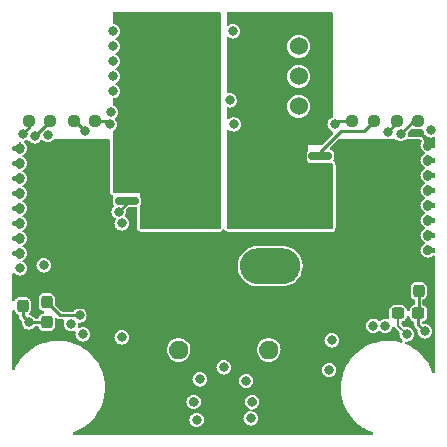
<source format=gbl>
G04 #@! TF.GenerationSoftware,KiCad,Pcbnew,(6.0.7)*
G04 #@! TF.CreationDate,2023-03-21T11:33:27-05:00*
G04 #@! TF.ProjectId,RoveSoMoCo,526f7665-536f-44d6-9f43-6f2e6b696361,rev?*
G04 #@! TF.SameCoordinates,Original*
G04 #@! TF.FileFunction,Copper,L4,Bot*
G04 #@! TF.FilePolarity,Positive*
%FSLAX46Y46*%
G04 Gerber Fmt 4.6, Leading zero omitted, Abs format (unit mm)*
G04 Created by KiCad (PCBNEW (6.0.7)) date 2023-03-21 11:33:27*
%MOMM*%
%LPD*%
G01*
G04 APERTURE LIST*
G04 Aperture macros list*
%AMRoundRect*
0 Rectangle with rounded corners*
0 $1 Rounding radius*
0 $2 $3 $4 $5 $6 $7 $8 $9 X,Y pos of 4 corners*
0 Add a 4 corners polygon primitive as box body*
4,1,4,$2,$3,$4,$5,$6,$7,$8,$9,$2,$3,0*
0 Add four circle primitives for the rounded corners*
1,1,$1+$1,$2,$3*
1,1,$1+$1,$4,$5*
1,1,$1+$1,$6,$7*
1,1,$1+$1,$8,$9*
0 Add four rect primitives between the rounded corners*
20,1,$1+$1,$2,$3,$4,$5,0*
20,1,$1+$1,$4,$5,$6,$7,0*
20,1,$1+$1,$6,$7,$8,$9,0*
20,1,$1+$1,$8,$9,$2,$3,0*%
G04 Aperture macros list end*
G04 #@! TA.AperFunction,ComponentPad*
%ADD10C,1.524000*%
G04 #@! TD*
G04 #@! TA.AperFunction,ComponentPad*
%ADD11R,1.600000X1.600000*%
G04 #@! TD*
G04 #@! TA.AperFunction,ComponentPad*
%ADD12C,1.600000*%
G04 #@! TD*
G04 #@! TA.AperFunction,SMDPad,CuDef*
%ADD13RoundRect,0.237500X0.250000X0.237500X-0.250000X0.237500X-0.250000X-0.237500X0.250000X-0.237500X0*%
G04 #@! TD*
G04 #@! TA.AperFunction,SMDPad,CuDef*
%ADD14RoundRect,0.237500X0.300000X0.237500X-0.300000X0.237500X-0.300000X-0.237500X0.300000X-0.237500X0*%
G04 #@! TD*
G04 #@! TA.AperFunction,SMDPad,CuDef*
%ADD15RoundRect,0.237500X0.237500X-0.300000X0.237500X0.300000X-0.237500X0.300000X-0.237500X-0.300000X0*%
G04 #@! TD*
G04 #@! TA.AperFunction,SMDPad,CuDef*
%ADD16RoundRect,0.150000X0.825000X0.150000X-0.825000X0.150000X-0.825000X-0.150000X0.825000X-0.150000X0*%
G04 #@! TD*
G04 #@! TA.AperFunction,SMDPad,CuDef*
%ADD17RoundRect,0.237500X0.237500X-0.287500X0.237500X0.287500X-0.237500X0.287500X-0.237500X-0.287500X0*%
G04 #@! TD*
G04 #@! TA.AperFunction,ComponentPad*
%ADD18O,5.100000X3.000000*%
G04 #@! TD*
G04 #@! TA.AperFunction,SMDPad,CuDef*
%ADD19RoundRect,0.150000X-0.825000X-0.150000X0.825000X-0.150000X0.825000X0.150000X-0.825000X0.150000X0*%
G04 #@! TD*
G04 #@! TA.AperFunction,ViaPad*
%ADD20C,0.800000*%
G04 #@! TD*
G04 #@! TA.AperFunction,Conductor*
%ADD21C,0.254000*%
G04 #@! TD*
G04 #@! TA.AperFunction,Conductor*
%ADD22C,0.200000*%
G04 #@! TD*
G04 #@! TA.AperFunction,Conductor*
%ADD23C,0.250000*%
G04 #@! TD*
G04 APERTURE END LIST*
D10*
X100584000Y-51308000D03*
X100584000Y-48768000D03*
X100584000Y-46228000D03*
D11*
X98044000Y-69429621D03*
D12*
X98044000Y-71929621D03*
D11*
X90424000Y-69429621D03*
D12*
X90424000Y-71929621D03*
D13*
X110721500Y-52578000D03*
X108896500Y-52578000D03*
X79566750Y-52578000D03*
X77741750Y-52578000D03*
D14*
X110717500Y-68834000D03*
X108992500Y-68834000D03*
D15*
X79248000Y-69596000D03*
X79248000Y-67871000D03*
D13*
X106934000Y-52578000D03*
X105109000Y-52578000D03*
D16*
X86041000Y-55499000D03*
X86041000Y-56769000D03*
X86041000Y-58039000D03*
X86041000Y-59309000D03*
X81091000Y-59309000D03*
X81091000Y-58039000D03*
X81091000Y-56769000D03*
X81091000Y-55499000D03*
D13*
X83354250Y-52578000D03*
X81529250Y-52578000D03*
D17*
X110744000Y-66915000D03*
X110744000Y-65165000D03*
D18*
X98171000Y-64834800D03*
X90297000Y-64834800D03*
D19*
X102427000Y-59309000D03*
X102427000Y-58039000D03*
X102427000Y-56769000D03*
X102427000Y-55499000D03*
X107377000Y-55499000D03*
X107377000Y-56769000D03*
X107377000Y-58039000D03*
X107377000Y-59309000D03*
D17*
X77216000Y-68185000D03*
X77216000Y-66435000D03*
D18*
X90297000Y-57283400D03*
X98171000Y-57283400D03*
D20*
X82032496Y-69013923D03*
X85598000Y-61214000D03*
X102616000Y-59944000D03*
X109728000Y-70612000D03*
X77749000Y-69596000D03*
X111252000Y-70358000D03*
X84714714Y-70225286D03*
X103124000Y-75184000D03*
X76962000Y-59944000D03*
X96647000Y-76327000D03*
X111506000Y-62230000D03*
X76962000Y-63754000D03*
X111506000Y-60960000D03*
X111506000Y-57150000D03*
X111506000Y-59690000D03*
X76962000Y-54864000D03*
X76962000Y-56134000D03*
X76962000Y-57404000D03*
X111506000Y-58420000D03*
X76962000Y-62484000D03*
X111506000Y-54610000D03*
X111506000Y-63500000D03*
X76962000Y-58674000D03*
X111506000Y-55880000D03*
X76962000Y-61214000D03*
X91694000Y-76327000D03*
X94234000Y-73406000D03*
X94996000Y-44958000D03*
X84836000Y-44958000D03*
X84836000Y-48768000D03*
X84836000Y-46228000D03*
X94742000Y-50800000D03*
X92202000Y-74422000D03*
X82296000Y-70612000D03*
X79350049Y-53754549D03*
X96139000Y-74549000D03*
X103165299Y-73627299D03*
X111760000Y-53340000D03*
X82496310Y-53390808D03*
X85341500Y-60214497D03*
X77210325Y-53611444D03*
X76962000Y-65024000D03*
X109220000Y-53652500D03*
X84582000Y-52832000D03*
X81305996Y-69748996D03*
X103632000Y-52832000D03*
X106907597Y-69876403D03*
X78232000Y-53848000D03*
X78994000Y-64770000D03*
X108113743Y-53441806D03*
X107906447Y-69912500D03*
X85598000Y-70866000D03*
X84698666Y-51800149D03*
X91948000Y-77851000D03*
X84836000Y-47498000D03*
X103378000Y-71120000D03*
X96520000Y-77724000D03*
X95087500Y-52837714D03*
X84836000Y-50038000D03*
D21*
X79248000Y-67871000D02*
X80390923Y-69013923D01*
X80390923Y-69013923D02*
X82032496Y-69013923D01*
D22*
X108992500Y-68834000D02*
X108992500Y-69876500D01*
X108992500Y-69876500D02*
X109728000Y-70612000D01*
D21*
X79248000Y-69596000D02*
X77749000Y-69596000D01*
X77749000Y-69596000D02*
X77216000Y-69063000D01*
X77216000Y-69063000D02*
X77216000Y-68185000D01*
D23*
X110744000Y-68807500D02*
X110717500Y-68834000D01*
X110744000Y-66915000D02*
X110744000Y-68807500D01*
X110717500Y-69823500D02*
X111252000Y-70358000D01*
X110717500Y-68834000D02*
X110717500Y-69823500D01*
X81529250Y-52578000D02*
X81683502Y-52578000D01*
X86041000Y-59514997D02*
X85341500Y-60214497D01*
X86041000Y-59309000D02*
X86041000Y-59514997D01*
X81683502Y-52578000D02*
X82496310Y-53390808D01*
D21*
X106132000Y-53380000D02*
X106934000Y-52578000D01*
X106132000Y-53380000D02*
X104180000Y-53380000D01*
X102427000Y-55133000D02*
X102427000Y-55499000D01*
X104180000Y-53380000D02*
X102427000Y-55133000D01*
X77741750Y-53080019D02*
X77210325Y-53611444D01*
X77741750Y-52578000D02*
X77741750Y-53080019D01*
D23*
X110721500Y-52578000D02*
X110294500Y-52578000D01*
X110294500Y-52578000D02*
X109220000Y-53652500D01*
D21*
X84328000Y-52578000D02*
X84582000Y-52832000D01*
X83354250Y-52578000D02*
X84328000Y-52578000D01*
D23*
X103886000Y-52578000D02*
X103632000Y-52832000D01*
X105109000Y-52578000D02*
X103886000Y-52578000D01*
X79502000Y-52578000D02*
X78232000Y-53848000D01*
X79566750Y-52578000D02*
X79502000Y-52578000D01*
X108896500Y-52578000D02*
X108896500Y-52659049D01*
X108896500Y-52659049D02*
X108113743Y-53441806D01*
G04 #@! TA.AperFunction,Conductor*
G36*
X96733674Y-75940002D02*
G01*
X96765439Y-75948514D01*
X96830883Y-75975621D01*
X96859367Y-75992067D01*
X96915558Y-76035184D01*
X96938816Y-76058442D01*
X96981933Y-76114633D01*
X96998379Y-76143117D01*
X97025486Y-76208561D01*
X97033998Y-76240326D01*
X97043244Y-76310556D01*
X97043244Y-76343444D01*
X97033998Y-76413673D01*
X97025486Y-76445439D01*
X96998380Y-76510881D01*
X96981933Y-76539367D01*
X96938816Y-76595558D01*
X96915558Y-76618816D01*
X96859367Y-76661933D01*
X96830880Y-76678380D01*
X96765441Y-76705485D01*
X96736239Y-76713311D01*
X96736280Y-76713544D01*
X96733685Y-76713996D01*
X96731091Y-76714338D01*
X96713400Y-76718187D01*
X96700243Y-76721049D01*
X96700236Y-76721051D01*
X96697675Y-76721608D01*
X96657722Y-76733858D01*
X96656931Y-76731277D01*
X96598773Y-76738589D01*
X96554617Y-76722570D01*
X96519499Y-76701733D01*
X96463117Y-76678379D01*
X96434635Y-76661935D01*
X96378438Y-76618813D01*
X96355184Y-76595558D01*
X96312067Y-76539367D01*
X96295620Y-76510881D01*
X96268514Y-76445439D01*
X96260002Y-76413673D01*
X96250756Y-76343444D01*
X96250756Y-76310556D01*
X96260002Y-76240326D01*
X96268514Y-76208561D01*
X96295621Y-76143117D01*
X96312067Y-76114633D01*
X96355184Y-76058442D01*
X96378442Y-76035184D01*
X96434633Y-75992067D01*
X96463117Y-75975621D01*
X96528561Y-75948514D01*
X96560326Y-75940002D01*
X96630556Y-75930756D01*
X96663444Y-75930756D01*
X96733674Y-75940002D01*
G37*
G04 #@! TD.AperFunction*
G04 #@! TA.AperFunction,Conductor*
G36*
X91780674Y-75940002D02*
G01*
X91812439Y-75948514D01*
X91877883Y-75975621D01*
X91906367Y-75992067D01*
X91962558Y-76035184D01*
X91985816Y-76058442D01*
X92028933Y-76114633D01*
X92045379Y-76143117D01*
X92072486Y-76208561D01*
X92080998Y-76240326D01*
X92090244Y-76310556D01*
X92090244Y-76343444D01*
X92080998Y-76413673D01*
X92072486Y-76445439D01*
X92045380Y-76510881D01*
X92028933Y-76539367D01*
X91985816Y-76595558D01*
X91962558Y-76618816D01*
X91906367Y-76661933D01*
X91877883Y-76678379D01*
X91812439Y-76705486D01*
X91780674Y-76713998D01*
X91710444Y-76723244D01*
X91677556Y-76723244D01*
X91607326Y-76713998D01*
X91575561Y-76705486D01*
X91510117Y-76678379D01*
X91481633Y-76661933D01*
X91425442Y-76618816D01*
X91402184Y-76595558D01*
X91359067Y-76539367D01*
X91342620Y-76510881D01*
X91315514Y-76445439D01*
X91307002Y-76413673D01*
X91297756Y-76343444D01*
X91297756Y-76310556D01*
X91307002Y-76240326D01*
X91315514Y-76208561D01*
X91342621Y-76143117D01*
X91359067Y-76114633D01*
X91402184Y-76058442D01*
X91425442Y-76035184D01*
X91481633Y-75992067D01*
X91510117Y-75975621D01*
X91575561Y-75948514D01*
X91607326Y-75940002D01*
X91677556Y-75930756D01*
X91710444Y-75930756D01*
X91780674Y-75940002D01*
G37*
G04 #@! TD.AperFunction*
G04 #@! TA.AperFunction,Conductor*
G36*
X90441860Y-71132075D02*
G01*
X90476916Y-71135760D01*
X90572344Y-71145790D01*
X90596433Y-71150735D01*
X90668139Y-71172932D01*
X90721770Y-71189534D01*
X90744430Y-71199059D01*
X90859851Y-71261466D01*
X90880235Y-71275216D01*
X90981327Y-71358846D01*
X90998655Y-71376296D01*
X91081573Y-71477964D01*
X91095181Y-71498445D01*
X91156781Y-71614297D01*
X91166148Y-71637021D01*
X91204072Y-71762634D01*
X91208846Y-71786746D01*
X91221762Y-71918467D01*
X91221762Y-71918471D01*
X91222571Y-71926724D01*
X91222179Y-71954807D01*
X91204551Y-72094355D01*
X91199102Y-72118336D01*
X91168004Y-72211822D01*
X91157692Y-72242820D01*
X91147691Y-72265282D01*
X91092539Y-72362367D01*
X91082881Y-72379368D01*
X91068712Y-72399454D01*
X90982979Y-72498779D01*
X90965175Y-72515733D01*
X90861779Y-72596514D01*
X90841016Y-72609690D01*
X90723915Y-72668841D01*
X90700990Y-72677733D01*
X90647179Y-72692758D01*
X90574615Y-72713019D01*
X90550403Y-72717288D01*
X90476330Y-72722988D01*
X90419587Y-72727354D01*
X90395003Y-72726839D01*
X90310116Y-72716717D01*
X90264726Y-72711305D01*
X90240710Y-72706024D01*
X90178321Y-72685753D01*
X90115933Y-72665481D01*
X90093400Y-72655636D01*
X89978861Y-72591623D01*
X89958668Y-72577589D01*
X89858763Y-72492564D01*
X89841680Y-72474874D01*
X89760180Y-72372046D01*
X89746862Y-72351380D01*
X89686890Y-72234685D01*
X89677838Y-72211822D01*
X89641673Y-72085703D01*
X89637234Y-72061515D01*
X89626256Y-71930780D01*
X89626599Y-71906192D01*
X89641224Y-71775810D01*
X89646337Y-71751757D01*
X89686009Y-71626693D01*
X89695694Y-71604096D01*
X89758903Y-71489121D01*
X89772794Y-71468833D01*
X89857129Y-71368325D01*
X89874699Y-71351120D01*
X89976946Y-71268911D01*
X89997523Y-71255445D01*
X90113796Y-71194659D01*
X90136596Y-71185447D01*
X90262465Y-71148402D01*
X90286619Y-71143795D01*
X90329410Y-71139900D01*
X90417271Y-71131904D01*
X90441860Y-71132075D01*
G37*
G04 #@! TD.AperFunction*
G04 #@! TA.AperFunction,Conductor*
G36*
X98061860Y-71132075D02*
G01*
X98096916Y-71135760D01*
X98192344Y-71145790D01*
X98216433Y-71150735D01*
X98288139Y-71172932D01*
X98341770Y-71189534D01*
X98364430Y-71199059D01*
X98479851Y-71261466D01*
X98500229Y-71275211D01*
X98504007Y-71278336D01*
X98504013Y-71278341D01*
X98601327Y-71358846D01*
X98618655Y-71376296D01*
X98701573Y-71477964D01*
X98715181Y-71498445D01*
X98776781Y-71614297D01*
X98786148Y-71637021D01*
X98824072Y-71762634D01*
X98828846Y-71786746D01*
X98842571Y-71926719D01*
X98842179Y-71954806D01*
X98824551Y-72094355D01*
X98819102Y-72118336D01*
X98788004Y-72211822D01*
X98777692Y-72242820D01*
X98767691Y-72265282D01*
X98712539Y-72362367D01*
X98702881Y-72379368D01*
X98688712Y-72399454D01*
X98602979Y-72498779D01*
X98585175Y-72515733D01*
X98481779Y-72596514D01*
X98461016Y-72609690D01*
X98343915Y-72668841D01*
X98320990Y-72677733D01*
X98267179Y-72692758D01*
X98194615Y-72713019D01*
X98170403Y-72717288D01*
X98096330Y-72722988D01*
X98039587Y-72727354D01*
X98015003Y-72726839D01*
X97930116Y-72716717D01*
X97884726Y-72711305D01*
X97860710Y-72706024D01*
X97798321Y-72685753D01*
X97735933Y-72665481D01*
X97713400Y-72655636D01*
X97598861Y-72591623D01*
X97578668Y-72577589D01*
X97478763Y-72492564D01*
X97461680Y-72474874D01*
X97380180Y-72372046D01*
X97366862Y-72351380D01*
X97306890Y-72234685D01*
X97297838Y-72211822D01*
X97261673Y-72085703D01*
X97257234Y-72061515D01*
X97246256Y-71930780D01*
X97246599Y-71906192D01*
X97261224Y-71775810D01*
X97266337Y-71751757D01*
X97306009Y-71626693D01*
X97315694Y-71604096D01*
X97378903Y-71489121D01*
X97392794Y-71468833D01*
X97477129Y-71368325D01*
X97494699Y-71351120D01*
X97596946Y-71268911D01*
X97617523Y-71255445D01*
X97733796Y-71194659D01*
X97756596Y-71185447D01*
X97882465Y-71148402D01*
X97906619Y-71143795D01*
X97949410Y-71139900D01*
X98037271Y-71131904D01*
X98061860Y-71132075D01*
G37*
G04 #@! TD.AperFunction*
G04 #@! TA.AperFunction,Conductor*
G36*
X99314408Y-63339973D02*
G01*
X99367253Y-63342742D01*
X99383291Y-63344619D01*
X99592055Y-63382746D01*
X99610540Y-63387596D01*
X99807437Y-63455585D01*
X99824969Y-63463172D01*
X100009307Y-63560156D01*
X100025489Y-63570307D01*
X100134581Y-63650884D01*
X100193038Y-63694061D01*
X100207506Y-63706550D01*
X100271071Y-63770448D01*
X100354399Y-63854214D01*
X100366810Y-63868745D01*
X100489685Y-64036941D01*
X100499757Y-64053185D01*
X100595775Y-64238027D01*
X100603270Y-64255598D01*
X100622464Y-64312142D01*
X100670221Y-64452830D01*
X100674974Y-64471340D01*
X100711324Y-64676445D01*
X100713222Y-64695464D01*
X100718130Y-64903691D01*
X100717130Y-64922780D01*
X100690483Y-65129352D01*
X100686607Y-65148068D01*
X100629017Y-65348250D01*
X100622354Y-65366165D01*
X100535158Y-65555310D01*
X100525868Y-65572002D01*
X100485796Y-65632659D01*
X100411051Y-65745800D01*
X100399336Y-65760902D01*
X100259556Y-65915329D01*
X100245693Y-65928485D01*
X100084167Y-66059988D01*
X100068472Y-66070896D01*
X99888908Y-66176457D01*
X99871743Y-66184866D01*
X99678290Y-66262045D01*
X99660058Y-66267759D01*
X99474023Y-66310880D01*
X99457136Y-66314794D01*
X99438242Y-66317685D01*
X99283749Y-66329437D01*
X99274192Y-66329800D01*
X97034186Y-66329800D01*
X97027592Y-66329627D01*
X97023966Y-66329437D01*
X96974747Y-66326858D01*
X96958709Y-66324981D01*
X96749945Y-66286854D01*
X96731459Y-66282004D01*
X96673654Y-66262044D01*
X96534563Y-66214015D01*
X96517031Y-66206428D01*
X96332693Y-66109444D01*
X96316511Y-66099293D01*
X96148960Y-65975537D01*
X96134494Y-65963050D01*
X96059556Y-65887719D01*
X95987601Y-65815386D01*
X95975190Y-65800855D01*
X95852315Y-65632659D01*
X95842243Y-65616415D01*
X95819177Y-65572012D01*
X95746225Y-65431573D01*
X95738728Y-65413997D01*
X95722492Y-65366165D01*
X95671778Y-65216767D01*
X95667025Y-65198257D01*
X95663925Y-65180762D01*
X95630676Y-64993154D01*
X95628778Y-64974136D01*
X95623870Y-64765909D01*
X95624870Y-64746820D01*
X95651517Y-64540248D01*
X95655393Y-64521532D01*
X95712983Y-64321350D01*
X95719646Y-64303435D01*
X95751315Y-64234739D01*
X95806844Y-64114286D01*
X95816132Y-64097598D01*
X95930949Y-63923800D01*
X95942664Y-63908698D01*
X96082444Y-63754271D01*
X96096309Y-63741113D01*
X96148250Y-63698827D01*
X96257835Y-63609611D01*
X96273528Y-63598704D01*
X96453092Y-63493143D01*
X96470257Y-63484734D01*
X96543325Y-63455583D01*
X96663710Y-63407555D01*
X96681942Y-63401841D01*
X96884864Y-63354806D01*
X96903758Y-63351915D01*
X97058251Y-63340163D01*
X97067808Y-63339800D01*
X99307814Y-63339800D01*
X99314408Y-63339973D01*
G37*
G04 #@! TD.AperFunction*
G04 #@! TA.AperFunction,Conductor*
G36*
X77047837Y-63300401D02*
G01*
X77059804Y-63313792D01*
X77062639Y-63318552D01*
X77110825Y-63369086D01*
X77116247Y-63372803D01*
X77116248Y-63372804D01*
X77127499Y-63380518D01*
X77140157Y-63391956D01*
X77139741Y-63392498D01*
X77146476Y-63397666D01*
X77146485Y-63397674D01*
X77230560Y-63462187D01*
X77253818Y-63485445D01*
X77296933Y-63541633D01*
X77313379Y-63570117D01*
X77340486Y-63635561D01*
X77348998Y-63667326D01*
X77358244Y-63737556D01*
X77358244Y-63770444D01*
X77351047Y-63825109D01*
X77348998Y-63840673D01*
X77340486Y-63872439D01*
X77313380Y-63937881D01*
X77296933Y-63966367D01*
X77253818Y-64022555D01*
X77230560Y-64045813D01*
X77139899Y-64115380D01*
X77129412Y-64122615D01*
X77124651Y-64125556D01*
X77089739Y-64155807D01*
X77085387Y-64161919D01*
X77065750Y-64189495D01*
X77009943Y-64233382D01*
X76939268Y-64240131D01*
X76876163Y-64207599D01*
X76864196Y-64194208D01*
X76861361Y-64189448D01*
X76813175Y-64138914D01*
X76807752Y-64135196D01*
X76796501Y-64127482D01*
X76783843Y-64116044D01*
X76784259Y-64115502D01*
X76658818Y-64019248D01*
X76655831Y-64017443D01*
X76655823Y-64017438D01*
X76639685Y-64007689D01*
X76619833Y-63995696D01*
X76619010Y-63995523D01*
X76618978Y-63995505D01*
X76618987Y-63995485D01*
X76556802Y-63967085D01*
X76554991Y-63966388D01*
X76554983Y-63966385D01*
X76541749Y-63961294D01*
X76541746Y-63961293D01*
X76533338Y-63958059D01*
X76485471Y-63954145D01*
X76443230Y-63950690D01*
X76376966Y-63925202D01*
X76335001Y-63867935D01*
X76327500Y-63825109D01*
X76327500Y-63682821D01*
X76347502Y-63614700D01*
X76401158Y-63568207D01*
X76461761Y-63557273D01*
X76461766Y-63557150D01*
X76462317Y-63557172D01*
X76462486Y-63557142D01*
X76463702Y-63557229D01*
X76463713Y-63557229D01*
X76465622Y-63557366D01*
X76467535Y-63557386D01*
X76467546Y-63557386D01*
X76481748Y-63557531D01*
X76481749Y-63557531D01*
X76490759Y-63557623D01*
X76578769Y-63532753D01*
X76584975Y-63529364D01*
X76584978Y-63529363D01*
X76630849Y-63504315D01*
X76630918Y-63504442D01*
X76643124Y-63495952D01*
X76652384Y-63491704D01*
X76652387Y-63491702D01*
X76658818Y-63488752D01*
X76784104Y-63392617D01*
X76794591Y-63385383D01*
X76795045Y-63385103D01*
X76795047Y-63385101D01*
X76799349Y-63382444D01*
X76834261Y-63352193D01*
X76858250Y-63318505D01*
X76914057Y-63274618D01*
X76984732Y-63267869D01*
X77047837Y-63300401D01*
G37*
G04 #@! TD.AperFunction*
G04 #@! TA.AperFunction,Conductor*
G36*
X111591837Y-63046401D02*
G01*
X111603804Y-63059792D01*
X111606639Y-63064552D01*
X111654825Y-63115086D01*
X111660247Y-63118803D01*
X111660248Y-63118804D01*
X111671499Y-63126518D01*
X111684157Y-63137956D01*
X111683741Y-63138498D01*
X111809182Y-63234752D01*
X111812169Y-63236557D01*
X111812177Y-63236562D01*
X111828315Y-63246311D01*
X111848167Y-63258304D01*
X111848990Y-63258477D01*
X111849022Y-63258495D01*
X111849013Y-63258515D01*
X111911198Y-63286915D01*
X111913009Y-63287612D01*
X111913017Y-63287615D01*
X111926251Y-63292706D01*
X111926254Y-63292707D01*
X111934662Y-63295941D01*
X111982529Y-63299855D01*
X112024770Y-63303310D01*
X112091034Y-63328798D01*
X112132999Y-63386065D01*
X112140500Y-63428891D01*
X112140500Y-63571179D01*
X112120498Y-63639300D01*
X112066842Y-63685793D01*
X112006239Y-63696727D01*
X112006234Y-63696850D01*
X112005683Y-63696828D01*
X112005514Y-63696858D01*
X112004298Y-63696771D01*
X112004287Y-63696771D01*
X112002378Y-63696634D01*
X112000465Y-63696614D01*
X112000454Y-63696614D01*
X111986252Y-63696469D01*
X111986251Y-63696469D01*
X111977241Y-63696377D01*
X111889231Y-63721247D01*
X111883025Y-63724636D01*
X111883022Y-63724637D01*
X111837151Y-63749685D01*
X111837082Y-63749558D01*
X111824876Y-63758048D01*
X111815616Y-63762296D01*
X111815613Y-63762298D01*
X111809182Y-63765248D01*
X111787718Y-63781718D01*
X111718367Y-63834933D01*
X111689883Y-63851379D01*
X111624439Y-63878486D01*
X111592674Y-63886998D01*
X111522444Y-63896244D01*
X111489556Y-63896244D01*
X111419326Y-63886998D01*
X111387561Y-63878486D01*
X111322117Y-63851379D01*
X111293633Y-63834933D01*
X111237442Y-63791816D01*
X111214184Y-63768558D01*
X111171067Y-63712367D01*
X111154620Y-63683881D01*
X111154181Y-63682821D01*
X111127514Y-63618439D01*
X111119002Y-63586673D01*
X111116848Y-63570311D01*
X111109756Y-63516444D01*
X111109756Y-63483556D01*
X111119002Y-63413326D01*
X111127514Y-63381561D01*
X111154621Y-63316117D01*
X111171067Y-63287633D01*
X111214182Y-63231445D01*
X111237440Y-63208187D01*
X111328101Y-63138620D01*
X111338591Y-63131383D01*
X111339045Y-63131103D01*
X111339047Y-63131101D01*
X111343349Y-63128444D01*
X111378261Y-63098193D01*
X111402250Y-63064505D01*
X111458057Y-63020618D01*
X111528732Y-63013869D01*
X111591837Y-63046401D01*
G37*
G04 #@! TD.AperFunction*
G04 #@! TA.AperFunction,Conductor*
G36*
X77047837Y-62030401D02*
G01*
X77059804Y-62043792D01*
X77062639Y-62048552D01*
X77110825Y-62099086D01*
X77116247Y-62102803D01*
X77116248Y-62102804D01*
X77127499Y-62110518D01*
X77140157Y-62121956D01*
X77139741Y-62122498D01*
X77146476Y-62127666D01*
X77146485Y-62127674D01*
X77230560Y-62192187D01*
X77253818Y-62215445D01*
X77296933Y-62271633D01*
X77313379Y-62300117D01*
X77340486Y-62365561D01*
X77348998Y-62397326D01*
X77358244Y-62467556D01*
X77358244Y-62500444D01*
X77356760Y-62511718D01*
X77348998Y-62570673D01*
X77340486Y-62602439D01*
X77314368Y-62665495D01*
X77313380Y-62667881D01*
X77296933Y-62696367D01*
X77253818Y-62752555D01*
X77230560Y-62775813D01*
X77139899Y-62845380D01*
X77129412Y-62852615D01*
X77124651Y-62855556D01*
X77089739Y-62885807D01*
X77069430Y-62914327D01*
X77065750Y-62919495D01*
X77009943Y-62963382D01*
X76939268Y-62970131D01*
X76876163Y-62937599D01*
X76864196Y-62924208D01*
X76861361Y-62919448D01*
X76813175Y-62868914D01*
X76807752Y-62865196D01*
X76796501Y-62857482D01*
X76783843Y-62846044D01*
X76784259Y-62845502D01*
X76658818Y-62749248D01*
X76655831Y-62747443D01*
X76655823Y-62747438D01*
X76639685Y-62737689D01*
X76619833Y-62725696D01*
X76619010Y-62725523D01*
X76618978Y-62725505D01*
X76618987Y-62725485D01*
X76556802Y-62697085D01*
X76554991Y-62696388D01*
X76554983Y-62696385D01*
X76541749Y-62691294D01*
X76541746Y-62691293D01*
X76533338Y-62688059D01*
X76485471Y-62684145D01*
X76443230Y-62680690D01*
X76376966Y-62655202D01*
X76335001Y-62597935D01*
X76327500Y-62555109D01*
X76327500Y-62412821D01*
X76347502Y-62344700D01*
X76401158Y-62298207D01*
X76461761Y-62287273D01*
X76461766Y-62287150D01*
X76462317Y-62287172D01*
X76462486Y-62287142D01*
X76463702Y-62287229D01*
X76463713Y-62287229D01*
X76465622Y-62287366D01*
X76467535Y-62287386D01*
X76467546Y-62287386D01*
X76481748Y-62287531D01*
X76481749Y-62287531D01*
X76490759Y-62287623D01*
X76578769Y-62262753D01*
X76584975Y-62259364D01*
X76584978Y-62259363D01*
X76630849Y-62234315D01*
X76630918Y-62234442D01*
X76643124Y-62225952D01*
X76652384Y-62221704D01*
X76652387Y-62221702D01*
X76658818Y-62218752D01*
X76784104Y-62122617D01*
X76794591Y-62115383D01*
X76795045Y-62115103D01*
X76795047Y-62115101D01*
X76799349Y-62112444D01*
X76834261Y-62082193D01*
X76858250Y-62048505D01*
X76914057Y-62004618D01*
X76984732Y-61997869D01*
X77047837Y-62030401D01*
G37*
G04 #@! TD.AperFunction*
G04 #@! TA.AperFunction,Conductor*
G36*
X111591837Y-61776401D02*
G01*
X111603804Y-61789792D01*
X111606639Y-61794552D01*
X111654825Y-61845086D01*
X111660247Y-61848803D01*
X111660248Y-61848804D01*
X111671499Y-61856518D01*
X111684157Y-61867956D01*
X111683741Y-61868498D01*
X111809182Y-61964752D01*
X111812169Y-61966557D01*
X111812177Y-61966562D01*
X111828315Y-61976311D01*
X111848167Y-61988304D01*
X111848990Y-61988477D01*
X111849022Y-61988495D01*
X111849013Y-61988515D01*
X111911198Y-62016915D01*
X111913009Y-62017612D01*
X111913017Y-62017615D01*
X111926251Y-62022706D01*
X111926254Y-62022707D01*
X111934662Y-62025941D01*
X111982529Y-62029855D01*
X112024770Y-62033310D01*
X112091034Y-62058798D01*
X112132999Y-62116065D01*
X112140500Y-62158891D01*
X112140500Y-62301179D01*
X112120498Y-62369300D01*
X112066842Y-62415793D01*
X112006239Y-62426727D01*
X112006234Y-62426850D01*
X112005683Y-62426828D01*
X112005514Y-62426858D01*
X112004298Y-62426771D01*
X112004287Y-62426771D01*
X112002378Y-62426634D01*
X112000465Y-62426614D01*
X112000454Y-62426614D01*
X111986252Y-62426469D01*
X111986251Y-62426469D01*
X111977241Y-62426377D01*
X111889231Y-62451247D01*
X111883025Y-62454636D01*
X111883022Y-62454637D01*
X111837151Y-62479685D01*
X111837082Y-62479558D01*
X111824876Y-62488048D01*
X111815616Y-62492296D01*
X111815613Y-62492298D01*
X111809182Y-62495248D01*
X111803571Y-62499553D01*
X111803570Y-62499554D01*
X111683899Y-62591381D01*
X111673412Y-62598615D01*
X111668651Y-62601556D01*
X111633739Y-62631807D01*
X111629387Y-62637919D01*
X111609750Y-62665495D01*
X111553943Y-62709382D01*
X111483268Y-62716131D01*
X111420163Y-62683599D01*
X111408196Y-62670208D01*
X111405361Y-62665448D01*
X111357175Y-62614914D01*
X111351752Y-62611196D01*
X111340501Y-62603482D01*
X111327843Y-62592044D01*
X111328259Y-62591502D01*
X111321524Y-62586334D01*
X111321515Y-62586326D01*
X111237440Y-62521813D01*
X111214182Y-62498555D01*
X111171067Y-62442367D01*
X111154620Y-62413881D01*
X111154181Y-62412821D01*
X111127514Y-62348439D01*
X111119002Y-62316673D01*
X111116962Y-62301179D01*
X111109756Y-62246444D01*
X111109756Y-62213556D01*
X111119002Y-62143326D01*
X111127514Y-62111561D01*
X111154621Y-62046117D01*
X111171067Y-62017633D01*
X111214182Y-61961445D01*
X111237440Y-61938187D01*
X111328101Y-61868620D01*
X111338591Y-61861383D01*
X111339045Y-61861103D01*
X111339047Y-61861101D01*
X111343349Y-61858444D01*
X111378261Y-61828193D01*
X111402250Y-61794505D01*
X111458057Y-61750618D01*
X111528732Y-61743869D01*
X111591837Y-61776401D01*
G37*
G04 #@! TD.AperFunction*
G04 #@! TA.AperFunction,Conductor*
G36*
X77047837Y-60760401D02*
G01*
X77059804Y-60773792D01*
X77062639Y-60778552D01*
X77110825Y-60829086D01*
X77116247Y-60832803D01*
X77116248Y-60832804D01*
X77127499Y-60840518D01*
X77140157Y-60851956D01*
X77139741Y-60852498D01*
X77146476Y-60857666D01*
X77146485Y-60857674D01*
X77230560Y-60922187D01*
X77253818Y-60945445D01*
X77296933Y-61001633D01*
X77313379Y-61030117D01*
X77340486Y-61095561D01*
X77348998Y-61127326D01*
X77358244Y-61197556D01*
X77358244Y-61230444D01*
X77356760Y-61241718D01*
X77348998Y-61300673D01*
X77340486Y-61332439D01*
X77314368Y-61395495D01*
X77313380Y-61397881D01*
X77296933Y-61426367D01*
X77253818Y-61482555D01*
X77230560Y-61505813D01*
X77139899Y-61575380D01*
X77129412Y-61582615D01*
X77124651Y-61585556D01*
X77089739Y-61615807D01*
X77069430Y-61644327D01*
X77065750Y-61649495D01*
X77009943Y-61693382D01*
X76939268Y-61700131D01*
X76876163Y-61667599D01*
X76864196Y-61654208D01*
X76861361Y-61649448D01*
X76813175Y-61598914D01*
X76807752Y-61595196D01*
X76796501Y-61587482D01*
X76783843Y-61576044D01*
X76784259Y-61575502D01*
X76658818Y-61479248D01*
X76655831Y-61477443D01*
X76655823Y-61477438D01*
X76639685Y-61467689D01*
X76619833Y-61455696D01*
X76619010Y-61455523D01*
X76618978Y-61455505D01*
X76618987Y-61455485D01*
X76556802Y-61427085D01*
X76554991Y-61426388D01*
X76554983Y-61426385D01*
X76541749Y-61421294D01*
X76541746Y-61421293D01*
X76533338Y-61418059D01*
X76485471Y-61414145D01*
X76443230Y-61410690D01*
X76376966Y-61385202D01*
X76335001Y-61327935D01*
X76327500Y-61285109D01*
X76327500Y-61142821D01*
X76347502Y-61074700D01*
X76401158Y-61028207D01*
X76461761Y-61017273D01*
X76461766Y-61017150D01*
X76462317Y-61017172D01*
X76462486Y-61017142D01*
X76463702Y-61017229D01*
X76463713Y-61017229D01*
X76465622Y-61017366D01*
X76467535Y-61017386D01*
X76467546Y-61017386D01*
X76481748Y-61017531D01*
X76481749Y-61017531D01*
X76490759Y-61017623D01*
X76578769Y-60992753D01*
X76584975Y-60989364D01*
X76584978Y-60989363D01*
X76630849Y-60964315D01*
X76630918Y-60964442D01*
X76643124Y-60955952D01*
X76652384Y-60951704D01*
X76652387Y-60951702D01*
X76658818Y-60948752D01*
X76784104Y-60852617D01*
X76794591Y-60845383D01*
X76795045Y-60845103D01*
X76795047Y-60845101D01*
X76799349Y-60842444D01*
X76834261Y-60812193D01*
X76858250Y-60778505D01*
X76914057Y-60734618D01*
X76984732Y-60727869D01*
X77047837Y-60760401D01*
G37*
G04 #@! TD.AperFunction*
G04 #@! TA.AperFunction,Conductor*
G36*
X111591837Y-60506401D02*
G01*
X111603804Y-60519792D01*
X111606639Y-60524552D01*
X111654825Y-60575086D01*
X111660247Y-60578803D01*
X111660248Y-60578804D01*
X111671499Y-60586518D01*
X111684157Y-60597956D01*
X111683741Y-60598498D01*
X111809182Y-60694752D01*
X111812169Y-60696557D01*
X111812177Y-60696562D01*
X111828315Y-60706311D01*
X111848167Y-60718304D01*
X111848990Y-60718477D01*
X111849022Y-60718495D01*
X111849013Y-60718515D01*
X111911198Y-60746915D01*
X111913009Y-60747612D01*
X111913017Y-60747615D01*
X111926251Y-60752706D01*
X111926254Y-60752707D01*
X111934662Y-60755941D01*
X111982529Y-60759855D01*
X112024770Y-60763310D01*
X112091034Y-60788798D01*
X112132999Y-60846065D01*
X112140500Y-60888891D01*
X112140500Y-61031179D01*
X112120498Y-61099300D01*
X112066842Y-61145793D01*
X112006239Y-61156727D01*
X112006234Y-61156850D01*
X112005683Y-61156828D01*
X112005514Y-61156858D01*
X112004298Y-61156771D01*
X112004287Y-61156771D01*
X112002378Y-61156634D01*
X112000465Y-61156614D01*
X112000454Y-61156614D01*
X111986252Y-61156469D01*
X111986251Y-61156469D01*
X111977241Y-61156377D01*
X111889231Y-61181247D01*
X111883025Y-61184636D01*
X111883022Y-61184637D01*
X111837151Y-61209685D01*
X111837082Y-61209558D01*
X111824876Y-61218048D01*
X111815616Y-61222296D01*
X111815613Y-61222298D01*
X111809182Y-61225248D01*
X111803571Y-61229553D01*
X111803570Y-61229554D01*
X111683899Y-61321381D01*
X111673412Y-61328615D01*
X111668651Y-61331556D01*
X111633739Y-61361807D01*
X111629387Y-61367919D01*
X111609750Y-61395495D01*
X111553943Y-61439382D01*
X111483268Y-61446131D01*
X111420163Y-61413599D01*
X111408196Y-61400208D01*
X111405361Y-61395448D01*
X111357175Y-61344914D01*
X111351752Y-61341196D01*
X111340501Y-61333482D01*
X111327843Y-61322044D01*
X111328259Y-61321502D01*
X111321524Y-61316334D01*
X111321515Y-61316326D01*
X111237440Y-61251813D01*
X111214182Y-61228555D01*
X111171067Y-61172367D01*
X111154620Y-61143881D01*
X111154181Y-61142821D01*
X111127514Y-61078439D01*
X111119002Y-61046673D01*
X111116962Y-61031179D01*
X111109756Y-60976444D01*
X111109756Y-60943556D01*
X111119002Y-60873326D01*
X111127514Y-60841561D01*
X111154621Y-60776117D01*
X111171067Y-60747633D01*
X111214182Y-60691445D01*
X111237440Y-60668187D01*
X111328101Y-60598620D01*
X111338591Y-60591383D01*
X111339045Y-60591103D01*
X111339047Y-60591101D01*
X111343349Y-60588444D01*
X111378261Y-60558193D01*
X111402250Y-60524505D01*
X111458057Y-60480618D01*
X111528732Y-60473869D01*
X111591837Y-60506401D01*
G37*
G04 #@! TD.AperFunction*
G04 #@! TA.AperFunction,Conductor*
G36*
X77047837Y-59490401D02*
G01*
X77059804Y-59503792D01*
X77062639Y-59508552D01*
X77110825Y-59559086D01*
X77116247Y-59562803D01*
X77116248Y-59562804D01*
X77127499Y-59570518D01*
X77140157Y-59581956D01*
X77139741Y-59582498D01*
X77146476Y-59587666D01*
X77146485Y-59587674D01*
X77230560Y-59652187D01*
X77253818Y-59675445D01*
X77296933Y-59731633D01*
X77313379Y-59760117D01*
X77340486Y-59825561D01*
X77348998Y-59857326D01*
X77358244Y-59927556D01*
X77358244Y-59960444D01*
X77356760Y-59971718D01*
X77348998Y-60030673D01*
X77340486Y-60062439D01*
X77314368Y-60125495D01*
X77313380Y-60127881D01*
X77296933Y-60156367D01*
X77253818Y-60212555D01*
X77230560Y-60235813D01*
X77139899Y-60305380D01*
X77129412Y-60312615D01*
X77124651Y-60315556D01*
X77089739Y-60345807D01*
X77069430Y-60374327D01*
X77065750Y-60379495D01*
X77009943Y-60423382D01*
X76939268Y-60430131D01*
X76876163Y-60397599D01*
X76864196Y-60384208D01*
X76861361Y-60379448D01*
X76813175Y-60328914D01*
X76807752Y-60325196D01*
X76796501Y-60317482D01*
X76783843Y-60306044D01*
X76784259Y-60305502D01*
X76658818Y-60209248D01*
X76655831Y-60207443D01*
X76655823Y-60207438D01*
X76639685Y-60197689D01*
X76619833Y-60185696D01*
X76619010Y-60185523D01*
X76618978Y-60185505D01*
X76618987Y-60185485D01*
X76556802Y-60157085D01*
X76554991Y-60156388D01*
X76554983Y-60156385D01*
X76541749Y-60151294D01*
X76541746Y-60151293D01*
X76533338Y-60148059D01*
X76485471Y-60144145D01*
X76443230Y-60140690D01*
X76376966Y-60115202D01*
X76335001Y-60057935D01*
X76327500Y-60015109D01*
X76327500Y-59872821D01*
X76347502Y-59804700D01*
X76401158Y-59758207D01*
X76461761Y-59747273D01*
X76461766Y-59747150D01*
X76462317Y-59747172D01*
X76462486Y-59747142D01*
X76463702Y-59747229D01*
X76463713Y-59747229D01*
X76465622Y-59747366D01*
X76467535Y-59747386D01*
X76467546Y-59747386D01*
X76481748Y-59747531D01*
X76481749Y-59747531D01*
X76490759Y-59747623D01*
X76578769Y-59722753D01*
X76584975Y-59719364D01*
X76584978Y-59719363D01*
X76630849Y-59694315D01*
X76630918Y-59694442D01*
X76643124Y-59685952D01*
X76652384Y-59681704D01*
X76652387Y-59681702D01*
X76658818Y-59678752D01*
X76784104Y-59582617D01*
X76794591Y-59575383D01*
X76795045Y-59575103D01*
X76795047Y-59575101D01*
X76799349Y-59572444D01*
X76834261Y-59542193D01*
X76858250Y-59508505D01*
X76914057Y-59464618D01*
X76984732Y-59457869D01*
X77047837Y-59490401D01*
G37*
G04 #@! TD.AperFunction*
G04 #@! TA.AperFunction,Conductor*
G36*
X111591837Y-59236401D02*
G01*
X111603804Y-59249792D01*
X111606639Y-59254552D01*
X111654825Y-59305086D01*
X111660247Y-59308803D01*
X111660248Y-59308804D01*
X111671499Y-59316518D01*
X111684157Y-59327956D01*
X111683741Y-59328498D01*
X111809182Y-59424752D01*
X111812169Y-59426557D01*
X111812177Y-59426562D01*
X111828315Y-59436311D01*
X111848167Y-59448304D01*
X111848990Y-59448477D01*
X111849022Y-59448495D01*
X111849013Y-59448515D01*
X111911198Y-59476915D01*
X111913009Y-59477612D01*
X111913017Y-59477615D01*
X111926251Y-59482706D01*
X111926254Y-59482707D01*
X111934662Y-59485941D01*
X111982529Y-59489855D01*
X112024770Y-59493310D01*
X112091034Y-59518798D01*
X112132999Y-59576065D01*
X112140500Y-59618891D01*
X112140500Y-59761179D01*
X112120498Y-59829300D01*
X112066842Y-59875793D01*
X112006239Y-59886727D01*
X112006234Y-59886850D01*
X112005683Y-59886828D01*
X112005514Y-59886858D01*
X112004298Y-59886771D01*
X112004287Y-59886771D01*
X112002378Y-59886634D01*
X112000465Y-59886614D01*
X112000454Y-59886614D01*
X111986252Y-59886469D01*
X111986251Y-59886469D01*
X111977241Y-59886377D01*
X111889231Y-59911247D01*
X111883025Y-59914636D01*
X111883022Y-59914637D01*
X111837151Y-59939685D01*
X111837082Y-59939558D01*
X111824876Y-59948048D01*
X111815616Y-59952296D01*
X111815613Y-59952298D01*
X111809182Y-59955248D01*
X111803571Y-59959553D01*
X111803570Y-59959554D01*
X111683899Y-60051381D01*
X111673412Y-60058615D01*
X111668651Y-60061556D01*
X111633739Y-60091807D01*
X111629387Y-60097919D01*
X111609750Y-60125495D01*
X111553943Y-60169382D01*
X111483268Y-60176131D01*
X111420163Y-60143599D01*
X111408196Y-60130208D01*
X111405361Y-60125448D01*
X111357175Y-60074914D01*
X111351752Y-60071196D01*
X111340501Y-60063482D01*
X111327843Y-60052044D01*
X111328259Y-60051502D01*
X111321524Y-60046334D01*
X111321515Y-60046326D01*
X111237440Y-59981813D01*
X111214182Y-59958555D01*
X111171067Y-59902367D01*
X111154620Y-59873881D01*
X111154181Y-59872821D01*
X111127514Y-59808439D01*
X111119002Y-59776673D01*
X111116962Y-59761179D01*
X111109756Y-59706444D01*
X111109756Y-59673556D01*
X111119002Y-59603326D01*
X111127514Y-59571561D01*
X111154621Y-59506117D01*
X111171067Y-59477633D01*
X111214182Y-59421445D01*
X111237440Y-59398187D01*
X111328101Y-59328620D01*
X111338591Y-59321383D01*
X111339045Y-59321103D01*
X111339047Y-59321101D01*
X111343349Y-59318444D01*
X111378261Y-59288193D01*
X111402250Y-59254505D01*
X111458057Y-59210618D01*
X111528732Y-59203869D01*
X111591837Y-59236401D01*
G37*
G04 #@! TD.AperFunction*
G04 #@! TA.AperFunction,Conductor*
G36*
X77047837Y-58220401D02*
G01*
X77059804Y-58233792D01*
X77062639Y-58238552D01*
X77110825Y-58289086D01*
X77116247Y-58292803D01*
X77116248Y-58292804D01*
X77127499Y-58300518D01*
X77140157Y-58311956D01*
X77139741Y-58312498D01*
X77146476Y-58317666D01*
X77146485Y-58317674D01*
X77230560Y-58382187D01*
X77253818Y-58405445D01*
X77296933Y-58461633D01*
X77313379Y-58490117D01*
X77340486Y-58555561D01*
X77348998Y-58587326D01*
X77358244Y-58657556D01*
X77358244Y-58690444D01*
X77356760Y-58701718D01*
X77348998Y-58760673D01*
X77340486Y-58792439D01*
X77314368Y-58855495D01*
X77313380Y-58857881D01*
X77296933Y-58886367D01*
X77253818Y-58942555D01*
X77230560Y-58965813D01*
X77139899Y-59035380D01*
X77129412Y-59042615D01*
X77124651Y-59045556D01*
X77089739Y-59075807D01*
X77069430Y-59104327D01*
X77065750Y-59109495D01*
X77009943Y-59153382D01*
X76939268Y-59160131D01*
X76876163Y-59127599D01*
X76864196Y-59114208D01*
X76861361Y-59109448D01*
X76813175Y-59058914D01*
X76807752Y-59055196D01*
X76796501Y-59047482D01*
X76783843Y-59036044D01*
X76784259Y-59035502D01*
X76658818Y-58939248D01*
X76655831Y-58937443D01*
X76655823Y-58937438D01*
X76639685Y-58927689D01*
X76619833Y-58915696D01*
X76619010Y-58915523D01*
X76618978Y-58915505D01*
X76618987Y-58915485D01*
X76556802Y-58887085D01*
X76554991Y-58886388D01*
X76554983Y-58886385D01*
X76541749Y-58881294D01*
X76541746Y-58881293D01*
X76533338Y-58878059D01*
X76485471Y-58874145D01*
X76443230Y-58870690D01*
X76376966Y-58845202D01*
X76335001Y-58787935D01*
X76327500Y-58745109D01*
X76327500Y-58602821D01*
X76347502Y-58534700D01*
X76401158Y-58488207D01*
X76461761Y-58477273D01*
X76461766Y-58477150D01*
X76462317Y-58477172D01*
X76462486Y-58477142D01*
X76463702Y-58477229D01*
X76463713Y-58477229D01*
X76465622Y-58477366D01*
X76467535Y-58477386D01*
X76467546Y-58477386D01*
X76481748Y-58477531D01*
X76481749Y-58477531D01*
X76490759Y-58477623D01*
X76578769Y-58452753D01*
X76584975Y-58449364D01*
X76584978Y-58449363D01*
X76630849Y-58424315D01*
X76630918Y-58424442D01*
X76643124Y-58415952D01*
X76652384Y-58411704D01*
X76652387Y-58411702D01*
X76658818Y-58408752D01*
X76784104Y-58312617D01*
X76794591Y-58305383D01*
X76795045Y-58305103D01*
X76795047Y-58305101D01*
X76799349Y-58302444D01*
X76834261Y-58272193D01*
X76858250Y-58238505D01*
X76914057Y-58194618D01*
X76984732Y-58187869D01*
X77047837Y-58220401D01*
G37*
G04 #@! TD.AperFunction*
G04 #@! TA.AperFunction,Conductor*
G36*
X111591837Y-57966401D02*
G01*
X111603804Y-57979792D01*
X111606639Y-57984552D01*
X111654825Y-58035086D01*
X111660247Y-58038803D01*
X111660248Y-58038804D01*
X111671499Y-58046518D01*
X111684157Y-58057956D01*
X111683741Y-58058498D01*
X111809182Y-58154752D01*
X111812169Y-58156557D01*
X111812177Y-58156562D01*
X111828315Y-58166311D01*
X111848167Y-58178304D01*
X111848990Y-58178477D01*
X111849022Y-58178495D01*
X111849013Y-58178515D01*
X111911198Y-58206915D01*
X111913009Y-58207612D01*
X111913017Y-58207615D01*
X111926251Y-58212706D01*
X111926254Y-58212707D01*
X111934662Y-58215941D01*
X111982529Y-58219855D01*
X112024770Y-58223310D01*
X112091034Y-58248798D01*
X112132999Y-58306065D01*
X112140500Y-58348891D01*
X112140500Y-58491179D01*
X112120498Y-58559300D01*
X112066842Y-58605793D01*
X112006239Y-58616727D01*
X112006234Y-58616850D01*
X112005683Y-58616828D01*
X112005514Y-58616858D01*
X112004298Y-58616771D01*
X112004287Y-58616771D01*
X112002378Y-58616634D01*
X112000465Y-58616614D01*
X112000454Y-58616614D01*
X111986252Y-58616469D01*
X111986251Y-58616469D01*
X111977241Y-58616377D01*
X111889231Y-58641247D01*
X111883025Y-58644636D01*
X111883022Y-58644637D01*
X111837151Y-58669685D01*
X111837082Y-58669558D01*
X111824876Y-58678048D01*
X111815616Y-58682296D01*
X111815613Y-58682298D01*
X111809182Y-58685248D01*
X111803571Y-58689553D01*
X111803570Y-58689554D01*
X111683899Y-58781381D01*
X111673412Y-58788615D01*
X111668651Y-58791556D01*
X111633739Y-58821807D01*
X111629387Y-58827919D01*
X111609750Y-58855495D01*
X111553943Y-58899382D01*
X111483268Y-58906131D01*
X111420163Y-58873599D01*
X111408196Y-58860208D01*
X111405361Y-58855448D01*
X111357175Y-58804914D01*
X111351752Y-58801196D01*
X111340501Y-58793482D01*
X111327843Y-58782044D01*
X111328259Y-58781502D01*
X111321524Y-58776334D01*
X111321515Y-58776326D01*
X111237440Y-58711813D01*
X111214182Y-58688555D01*
X111171067Y-58632367D01*
X111154620Y-58603881D01*
X111154181Y-58602821D01*
X111127514Y-58538439D01*
X111119002Y-58506673D01*
X111116962Y-58491179D01*
X111109756Y-58436444D01*
X111109756Y-58403556D01*
X111119002Y-58333326D01*
X111127514Y-58301561D01*
X111154621Y-58236117D01*
X111171067Y-58207633D01*
X111214182Y-58151445D01*
X111237440Y-58128187D01*
X111328101Y-58058620D01*
X111338591Y-58051383D01*
X111339045Y-58051103D01*
X111339047Y-58051101D01*
X111343349Y-58048444D01*
X111378261Y-58018193D01*
X111402250Y-57984505D01*
X111458057Y-57940618D01*
X111528732Y-57933869D01*
X111591837Y-57966401D01*
G37*
G04 #@! TD.AperFunction*
G04 #@! TA.AperFunction,Conductor*
G36*
X77047837Y-56950401D02*
G01*
X77059804Y-56963792D01*
X77062639Y-56968552D01*
X77110825Y-57019086D01*
X77116247Y-57022803D01*
X77116248Y-57022804D01*
X77127499Y-57030518D01*
X77140157Y-57041956D01*
X77139741Y-57042498D01*
X77146476Y-57047666D01*
X77146485Y-57047674D01*
X77230560Y-57112187D01*
X77253818Y-57135445D01*
X77296933Y-57191633D01*
X77313379Y-57220117D01*
X77340486Y-57285561D01*
X77348998Y-57317326D01*
X77358244Y-57387556D01*
X77358244Y-57420444D01*
X77356760Y-57431718D01*
X77348998Y-57490673D01*
X77340486Y-57522439D01*
X77314368Y-57585495D01*
X77313380Y-57587881D01*
X77296933Y-57616367D01*
X77253818Y-57672555D01*
X77230560Y-57695813D01*
X77139899Y-57765380D01*
X77129412Y-57772615D01*
X77124651Y-57775556D01*
X77089739Y-57805807D01*
X77069430Y-57834327D01*
X77065750Y-57839495D01*
X77009943Y-57883382D01*
X76939268Y-57890131D01*
X76876163Y-57857599D01*
X76864196Y-57844208D01*
X76861361Y-57839448D01*
X76813175Y-57788914D01*
X76807752Y-57785196D01*
X76796501Y-57777482D01*
X76783843Y-57766044D01*
X76784259Y-57765502D01*
X76658818Y-57669248D01*
X76655831Y-57667443D01*
X76655823Y-57667438D01*
X76639685Y-57657689D01*
X76619833Y-57645696D01*
X76619010Y-57645523D01*
X76618978Y-57645505D01*
X76618987Y-57645485D01*
X76556802Y-57617085D01*
X76554991Y-57616388D01*
X76554983Y-57616385D01*
X76541749Y-57611294D01*
X76541746Y-57611293D01*
X76533338Y-57608059D01*
X76485471Y-57604145D01*
X76443230Y-57600690D01*
X76376966Y-57575202D01*
X76335001Y-57517935D01*
X76327500Y-57475109D01*
X76327500Y-57332821D01*
X76347502Y-57264700D01*
X76401158Y-57218207D01*
X76461761Y-57207273D01*
X76461766Y-57207150D01*
X76462317Y-57207172D01*
X76462486Y-57207142D01*
X76463702Y-57207229D01*
X76463713Y-57207229D01*
X76465622Y-57207366D01*
X76467535Y-57207386D01*
X76467546Y-57207386D01*
X76481748Y-57207531D01*
X76481749Y-57207531D01*
X76490759Y-57207623D01*
X76578769Y-57182753D01*
X76584975Y-57179364D01*
X76584978Y-57179363D01*
X76630849Y-57154315D01*
X76630918Y-57154442D01*
X76643124Y-57145952D01*
X76652384Y-57141704D01*
X76652387Y-57141702D01*
X76658818Y-57138752D01*
X76784104Y-57042617D01*
X76794591Y-57035383D01*
X76795045Y-57035103D01*
X76795047Y-57035101D01*
X76799349Y-57032444D01*
X76834261Y-57002193D01*
X76858250Y-56968505D01*
X76914057Y-56924618D01*
X76984732Y-56917869D01*
X77047837Y-56950401D01*
G37*
G04 #@! TD.AperFunction*
G04 #@! TA.AperFunction,Conductor*
G36*
X111591837Y-56696401D02*
G01*
X111603804Y-56709792D01*
X111606639Y-56714552D01*
X111654825Y-56765086D01*
X111660247Y-56768803D01*
X111660248Y-56768804D01*
X111671499Y-56776518D01*
X111684157Y-56787956D01*
X111683741Y-56788498D01*
X111809182Y-56884752D01*
X111812169Y-56886557D01*
X111812177Y-56886562D01*
X111828315Y-56896311D01*
X111848167Y-56908304D01*
X111848990Y-56908477D01*
X111849022Y-56908495D01*
X111849013Y-56908515D01*
X111911198Y-56936915D01*
X111913009Y-56937612D01*
X111913017Y-56937615D01*
X111926251Y-56942706D01*
X111926254Y-56942707D01*
X111934662Y-56945941D01*
X111982529Y-56949855D01*
X112024770Y-56953310D01*
X112091034Y-56978798D01*
X112132999Y-57036065D01*
X112140500Y-57078891D01*
X112140500Y-57221179D01*
X112120498Y-57289300D01*
X112066842Y-57335793D01*
X112006239Y-57346727D01*
X112006234Y-57346850D01*
X112005683Y-57346828D01*
X112005514Y-57346858D01*
X112004298Y-57346771D01*
X112004287Y-57346771D01*
X112002378Y-57346634D01*
X112000465Y-57346614D01*
X112000454Y-57346614D01*
X111986252Y-57346469D01*
X111986251Y-57346469D01*
X111977241Y-57346377D01*
X111889231Y-57371247D01*
X111883025Y-57374636D01*
X111883022Y-57374637D01*
X111837151Y-57399685D01*
X111837082Y-57399558D01*
X111824876Y-57408048D01*
X111815616Y-57412296D01*
X111815613Y-57412298D01*
X111809182Y-57415248D01*
X111803571Y-57419553D01*
X111803570Y-57419554D01*
X111683899Y-57511381D01*
X111673412Y-57518615D01*
X111668651Y-57521556D01*
X111633739Y-57551807D01*
X111629387Y-57557919D01*
X111609750Y-57585495D01*
X111553943Y-57629382D01*
X111483268Y-57636131D01*
X111420163Y-57603599D01*
X111408196Y-57590208D01*
X111405361Y-57585448D01*
X111357175Y-57534914D01*
X111351752Y-57531196D01*
X111340501Y-57523482D01*
X111327843Y-57512044D01*
X111328259Y-57511502D01*
X111321524Y-57506334D01*
X111321515Y-57506326D01*
X111237440Y-57441813D01*
X111214182Y-57418555D01*
X111171067Y-57362367D01*
X111154620Y-57333881D01*
X111154181Y-57332821D01*
X111127514Y-57268439D01*
X111119002Y-57236673D01*
X111116962Y-57221179D01*
X111109756Y-57166444D01*
X111109756Y-57133556D01*
X111119002Y-57063326D01*
X111127514Y-57031561D01*
X111154621Y-56966117D01*
X111171067Y-56937633D01*
X111214182Y-56881445D01*
X111237440Y-56858187D01*
X111328101Y-56788620D01*
X111338591Y-56781383D01*
X111339045Y-56781103D01*
X111339047Y-56781101D01*
X111343349Y-56778444D01*
X111378261Y-56748193D01*
X111402250Y-56714505D01*
X111458057Y-56670618D01*
X111528732Y-56663869D01*
X111591837Y-56696401D01*
G37*
G04 #@! TD.AperFunction*
G04 #@! TA.AperFunction,Conductor*
G36*
X77047837Y-55680401D02*
G01*
X77059804Y-55693792D01*
X77062639Y-55698552D01*
X77110825Y-55749086D01*
X77116247Y-55752803D01*
X77116248Y-55752804D01*
X77127499Y-55760518D01*
X77140157Y-55771956D01*
X77139741Y-55772498D01*
X77146476Y-55777666D01*
X77146485Y-55777674D01*
X77230560Y-55842187D01*
X77253818Y-55865445D01*
X77296933Y-55921633D01*
X77313379Y-55950117D01*
X77340486Y-56015561D01*
X77348998Y-56047326D01*
X77358244Y-56117556D01*
X77358244Y-56150444D01*
X77356760Y-56161718D01*
X77348998Y-56220673D01*
X77340486Y-56252439D01*
X77314368Y-56315495D01*
X77313380Y-56317881D01*
X77296933Y-56346367D01*
X77253818Y-56402555D01*
X77230560Y-56425813D01*
X77139899Y-56495380D01*
X77129412Y-56502615D01*
X77124651Y-56505556D01*
X77089739Y-56535807D01*
X77069430Y-56564327D01*
X77065750Y-56569495D01*
X77009943Y-56613382D01*
X76939268Y-56620131D01*
X76876163Y-56587599D01*
X76864196Y-56574208D01*
X76861361Y-56569448D01*
X76813175Y-56518914D01*
X76807752Y-56515196D01*
X76796501Y-56507482D01*
X76783843Y-56496044D01*
X76784259Y-56495502D01*
X76658818Y-56399248D01*
X76655831Y-56397443D01*
X76655823Y-56397438D01*
X76639685Y-56387689D01*
X76619833Y-56375696D01*
X76619010Y-56375523D01*
X76618978Y-56375505D01*
X76618987Y-56375485D01*
X76556802Y-56347085D01*
X76554991Y-56346388D01*
X76554983Y-56346385D01*
X76541749Y-56341294D01*
X76541746Y-56341293D01*
X76533338Y-56338059D01*
X76485471Y-56334145D01*
X76443230Y-56330690D01*
X76376966Y-56305202D01*
X76335001Y-56247935D01*
X76327500Y-56205109D01*
X76327500Y-56062821D01*
X76347502Y-55994700D01*
X76401158Y-55948207D01*
X76461761Y-55937273D01*
X76461766Y-55937150D01*
X76462317Y-55937172D01*
X76462486Y-55937142D01*
X76463702Y-55937229D01*
X76463713Y-55937229D01*
X76465622Y-55937366D01*
X76467535Y-55937386D01*
X76467546Y-55937386D01*
X76481748Y-55937531D01*
X76481749Y-55937531D01*
X76490759Y-55937623D01*
X76578769Y-55912753D01*
X76584975Y-55909364D01*
X76584978Y-55909363D01*
X76630849Y-55884315D01*
X76630918Y-55884442D01*
X76643124Y-55875952D01*
X76652384Y-55871704D01*
X76652387Y-55871702D01*
X76658818Y-55868752D01*
X76784104Y-55772617D01*
X76794591Y-55765383D01*
X76795045Y-55765103D01*
X76795047Y-55765101D01*
X76799349Y-55762444D01*
X76834261Y-55732193D01*
X76858250Y-55698505D01*
X76914057Y-55654618D01*
X76984732Y-55647869D01*
X77047837Y-55680401D01*
G37*
G04 #@! TD.AperFunction*
G04 #@! TA.AperFunction,Conductor*
G36*
X111591837Y-55426401D02*
G01*
X111603804Y-55439792D01*
X111606639Y-55444552D01*
X111654825Y-55495086D01*
X111660247Y-55498803D01*
X111660248Y-55498804D01*
X111671499Y-55506518D01*
X111684157Y-55517956D01*
X111683741Y-55518498D01*
X111809182Y-55614752D01*
X111812169Y-55616557D01*
X111812177Y-55616562D01*
X111828315Y-55626311D01*
X111848167Y-55638304D01*
X111848990Y-55638477D01*
X111849022Y-55638495D01*
X111849013Y-55638515D01*
X111911198Y-55666915D01*
X111913009Y-55667612D01*
X111913017Y-55667615D01*
X111926251Y-55672706D01*
X111926254Y-55672707D01*
X111934662Y-55675941D01*
X111982529Y-55679855D01*
X112024770Y-55683310D01*
X112091034Y-55708798D01*
X112132999Y-55766065D01*
X112140500Y-55808891D01*
X112140500Y-55951179D01*
X112120498Y-56019300D01*
X112066842Y-56065793D01*
X112006239Y-56076727D01*
X112006234Y-56076850D01*
X112005683Y-56076828D01*
X112005514Y-56076858D01*
X112004298Y-56076771D01*
X112004287Y-56076771D01*
X112002378Y-56076634D01*
X112000465Y-56076614D01*
X112000454Y-56076614D01*
X111986252Y-56076469D01*
X111986251Y-56076469D01*
X111977241Y-56076377D01*
X111889231Y-56101247D01*
X111883025Y-56104636D01*
X111883022Y-56104637D01*
X111837151Y-56129685D01*
X111837082Y-56129558D01*
X111824876Y-56138048D01*
X111815616Y-56142296D01*
X111815613Y-56142298D01*
X111809182Y-56145248D01*
X111803571Y-56149553D01*
X111803570Y-56149554D01*
X111683899Y-56241381D01*
X111673412Y-56248615D01*
X111668651Y-56251556D01*
X111633739Y-56281807D01*
X111629387Y-56287919D01*
X111609750Y-56315495D01*
X111553943Y-56359382D01*
X111483268Y-56366131D01*
X111420163Y-56333599D01*
X111408196Y-56320208D01*
X111405361Y-56315448D01*
X111357175Y-56264914D01*
X111351752Y-56261196D01*
X111340501Y-56253482D01*
X111327843Y-56242044D01*
X111328259Y-56241502D01*
X111321524Y-56236334D01*
X111321515Y-56236326D01*
X111237440Y-56171813D01*
X111214182Y-56148555D01*
X111171067Y-56092367D01*
X111154620Y-56063881D01*
X111154181Y-56062821D01*
X111127514Y-55998439D01*
X111119002Y-55966673D01*
X111116962Y-55951179D01*
X111109756Y-55896444D01*
X111109756Y-55863556D01*
X111119002Y-55793326D01*
X111127514Y-55761561D01*
X111154621Y-55696117D01*
X111171067Y-55667633D01*
X111214182Y-55611445D01*
X111237440Y-55588187D01*
X111328101Y-55518620D01*
X111338591Y-55511383D01*
X111339045Y-55511103D01*
X111339047Y-55511101D01*
X111343349Y-55508444D01*
X111378261Y-55478193D01*
X111402250Y-55444505D01*
X111458057Y-55400618D01*
X111528732Y-55393869D01*
X111591837Y-55426401D01*
G37*
G04 #@! TD.AperFunction*
G04 #@! TA.AperFunction,Conductor*
G36*
X77078180Y-54351602D02*
G01*
X77114277Y-54399442D01*
X77144985Y-54470818D01*
X77149156Y-54476530D01*
X77149157Y-54476532D01*
X77165944Y-54499522D01*
X77186852Y-54528156D01*
X77227718Y-54570005D01*
X77231295Y-54572750D01*
X77234654Y-54575731D01*
X77234396Y-54576022D01*
X77253813Y-54595438D01*
X77296937Y-54651637D01*
X77313379Y-54680117D01*
X77340486Y-54745561D01*
X77348998Y-54777326D01*
X77358244Y-54847556D01*
X77358244Y-54880444D01*
X77351047Y-54935109D01*
X77348998Y-54950673D01*
X77340486Y-54982439D01*
X77314368Y-55045495D01*
X77313380Y-55047881D01*
X77296933Y-55076367D01*
X77253818Y-55132555D01*
X77230560Y-55155813D01*
X77139899Y-55225380D01*
X77129412Y-55232615D01*
X77124651Y-55235556D01*
X77089739Y-55265807D01*
X77069430Y-55294327D01*
X77065750Y-55299495D01*
X77009943Y-55343382D01*
X76939268Y-55350131D01*
X76876163Y-55317599D01*
X76864196Y-55304208D01*
X76861361Y-55299448D01*
X76813175Y-55248914D01*
X76807752Y-55245196D01*
X76796501Y-55237482D01*
X76783843Y-55226044D01*
X76784259Y-55225502D01*
X76658818Y-55129248D01*
X76655831Y-55127443D01*
X76655823Y-55127438D01*
X76639685Y-55117689D01*
X76619833Y-55105696D01*
X76619010Y-55105523D01*
X76618978Y-55105505D01*
X76618987Y-55105485D01*
X76556802Y-55077085D01*
X76554991Y-55076388D01*
X76554983Y-55076385D01*
X76541749Y-55071294D01*
X76541746Y-55071293D01*
X76533338Y-55068059D01*
X76485471Y-55064145D01*
X76443230Y-55060690D01*
X76376966Y-55035202D01*
X76335001Y-54977935D01*
X76327500Y-54935109D01*
X76327500Y-54792821D01*
X76347502Y-54724700D01*
X76401158Y-54678207D01*
X76461761Y-54667273D01*
X76461766Y-54667150D01*
X76462317Y-54667172D01*
X76462486Y-54667142D01*
X76463702Y-54667229D01*
X76463713Y-54667229D01*
X76465622Y-54667366D01*
X76467535Y-54667386D01*
X76467546Y-54667386D01*
X76481748Y-54667531D01*
X76481749Y-54667531D01*
X76490759Y-54667623D01*
X76578769Y-54642753D01*
X76584975Y-54639364D01*
X76584978Y-54639363D01*
X76630849Y-54614315D01*
X76630918Y-54614442D01*
X76643124Y-54605952D01*
X76652384Y-54601704D01*
X76652387Y-54601702D01*
X76658818Y-54598752D01*
X76777689Y-54507539D01*
X76789458Y-54499522D01*
X76792753Y-54497541D01*
X76792757Y-54497538D01*
X76796775Y-54495122D01*
X76828441Y-54468976D01*
X76884528Y-54395883D01*
X76887488Y-54389401D01*
X76890558Y-54384297D01*
X76942808Y-54336230D01*
X77012751Y-54324042D01*
X77078180Y-54351602D01*
G37*
G04 #@! TD.AperFunction*
G04 #@! TA.AperFunction,Conductor*
G36*
X110242121Y-53194871D02*
G01*
X110256765Y-53201446D01*
X110264232Y-53206961D01*
X110292258Y-53216803D01*
X110381252Y-53248056D01*
X110381254Y-53248057D01*
X110388500Y-53250601D01*
X110396144Y-53251324D01*
X110396146Y-53251324D01*
X110403532Y-53252022D01*
X110419167Y-53253500D01*
X110721347Y-53253500D01*
X111023832Y-53253499D01*
X111026491Y-53253248D01*
X111095430Y-53270007D01*
X111144399Y-53321413D01*
X111157300Y-53362650D01*
X111174956Y-53496762D01*
X111235464Y-53642841D01*
X111286162Y-53708912D01*
X111323680Y-53757806D01*
X111331718Y-53768282D01*
X111457159Y-53864536D01*
X111603238Y-53925044D01*
X111611426Y-53926122D01*
X111631175Y-53928722D01*
X111760000Y-53945682D01*
X111768188Y-53944604D01*
X111908574Y-53926122D01*
X111916762Y-53925044D01*
X111966282Y-53904532D01*
X112036871Y-53896943D01*
X112100358Y-53928722D01*
X112136586Y-53989780D01*
X112140500Y-54020941D01*
X112140500Y-54681179D01*
X112120498Y-54749300D01*
X112066842Y-54795793D01*
X112006239Y-54806727D01*
X112006234Y-54806850D01*
X112005683Y-54806828D01*
X112005514Y-54806858D01*
X112004298Y-54806771D01*
X112004287Y-54806771D01*
X112002378Y-54806634D01*
X112000465Y-54806614D01*
X112000454Y-54806614D01*
X111986252Y-54806469D01*
X111986251Y-54806469D01*
X111977241Y-54806377D01*
X111889231Y-54831247D01*
X111883025Y-54834636D01*
X111883022Y-54834637D01*
X111837151Y-54859685D01*
X111837082Y-54859558D01*
X111824876Y-54868048D01*
X111815616Y-54872296D01*
X111815613Y-54872298D01*
X111809182Y-54875248D01*
X111803571Y-54879553D01*
X111803570Y-54879554D01*
X111683899Y-54971381D01*
X111673412Y-54978615D01*
X111668651Y-54981556D01*
X111633739Y-55011807D01*
X111629387Y-55017919D01*
X111609750Y-55045495D01*
X111553943Y-55089382D01*
X111483268Y-55096131D01*
X111420163Y-55063599D01*
X111408196Y-55050208D01*
X111405361Y-55045448D01*
X111357175Y-54994914D01*
X111351752Y-54991196D01*
X111340501Y-54983482D01*
X111327843Y-54972044D01*
X111328259Y-54971502D01*
X111321524Y-54966334D01*
X111321515Y-54966326D01*
X111237440Y-54901813D01*
X111214182Y-54878555D01*
X111171067Y-54822367D01*
X111154620Y-54793881D01*
X111154181Y-54792821D01*
X111127514Y-54728439D01*
X111119002Y-54696673D01*
X111116962Y-54681179D01*
X111109756Y-54626444D01*
X111109756Y-54593556D01*
X111118366Y-54528156D01*
X111119002Y-54523329D01*
X111127515Y-54491560D01*
X111159846Y-54413504D01*
X111165289Y-54402468D01*
X111165222Y-54402434D01*
X111166818Y-54399273D01*
X111168587Y-54396208D01*
X111186999Y-54353999D01*
X111187241Y-54350766D01*
X111188400Y-54347278D01*
X111196917Y-54327060D01*
X111197485Y-54325712D01*
X111204057Y-54307838D01*
X111211511Y-54216686D01*
X111201407Y-54146412D01*
X111196315Y-54121797D01*
X111153306Y-54041084D01*
X111106813Y-53987428D01*
X111089220Y-53969473D01*
X111009402Y-53924826D01*
X110975937Y-53915000D01*
X110945604Y-53906093D01*
X110945600Y-53906092D01*
X110941281Y-53904824D01*
X110936833Y-53904184D01*
X110936826Y-53904183D01*
X110887833Y-53897139D01*
X110887826Y-53897138D01*
X110883385Y-53896500D01*
X109937234Y-53896500D01*
X109869113Y-53876498D01*
X109822620Y-53822842D01*
X109812312Y-53754054D01*
X109813551Y-53744647D01*
X109825682Y-53652500D01*
X109816882Y-53585657D01*
X109827821Y-53515510D01*
X109852709Y-53480117D01*
X110108994Y-53223832D01*
X110171306Y-53189806D01*
X110242121Y-53194871D01*
G37*
G04 #@! TD.AperFunction*
G04 #@! TA.AperFunction,Conductor*
G36*
X93922121Y-43327502D02*
G01*
X93968614Y-43381158D01*
X93980000Y-43433500D01*
X93980000Y-61596000D01*
X93959998Y-61664121D01*
X93906342Y-61710614D01*
X93854000Y-61722000D01*
X87248000Y-61722000D01*
X87179879Y-61701998D01*
X87133386Y-61648342D01*
X87122000Y-61596000D01*
X87122000Y-59749413D01*
X87145422Y-59676244D01*
X87147935Y-59672721D01*
X87155293Y-59665350D01*
X87206536Y-59560518D01*
X87216500Y-59492218D01*
X87216500Y-59125782D01*
X87206358Y-59056888D01*
X87154932Y-58952145D01*
X87147562Y-58944788D01*
X87145549Y-58941976D01*
X87122000Y-58868629D01*
X87122000Y-58674000D01*
X84962000Y-58674000D01*
X84893879Y-58653998D01*
X84847386Y-58600342D01*
X84836000Y-58548000D01*
X84836000Y-53456150D01*
X84856002Y-53388029D01*
X84885296Y-53356187D01*
X85003736Y-53265305D01*
X85010282Y-53260282D01*
X85017711Y-53250601D01*
X85038059Y-53224082D01*
X85106536Y-53134841D01*
X85167044Y-52988762D01*
X85187682Y-52832000D01*
X85167044Y-52675238D01*
X85106536Y-52529159D01*
X85101508Y-52522606D01*
X85101506Y-52522603D01*
X85045565Y-52449699D01*
X85019964Y-52383479D01*
X85034229Y-52313930D01*
X85068823Y-52273033D01*
X85120398Y-52233458D01*
X85120402Y-52233454D01*
X85126948Y-52228431D01*
X85223202Y-52102990D01*
X85283710Y-51956911D01*
X85304348Y-51800149D01*
X85283710Y-51643387D01*
X85223202Y-51497308D01*
X85126948Y-51371867D01*
X85001507Y-51275613D01*
X84913782Y-51239276D01*
X84858501Y-51194728D01*
X84836000Y-51122867D01*
X84836000Y-50754181D01*
X84856002Y-50686060D01*
X84909658Y-50639567D01*
X84945554Y-50629259D01*
X84984574Y-50624122D01*
X84992762Y-50623044D01*
X85138841Y-50562536D01*
X85264282Y-50466282D01*
X85360536Y-50340841D01*
X85421044Y-50194762D01*
X85441682Y-50038000D01*
X85421044Y-49881238D01*
X85360536Y-49735159D01*
X85264282Y-49609718D01*
X85138841Y-49513464D01*
X85133550Y-49511272D01*
X85085364Y-49460738D01*
X85071926Y-49391025D01*
X85098312Y-49325114D01*
X85133224Y-49294863D01*
X85138841Y-49292536D01*
X85264282Y-49196282D01*
X85360536Y-49070841D01*
X85421044Y-48924762D01*
X85441682Y-48768000D01*
X85421044Y-48611238D01*
X85360536Y-48465159D01*
X85264282Y-48339718D01*
X85138841Y-48243464D01*
X85133550Y-48241272D01*
X85085364Y-48190738D01*
X85071926Y-48121025D01*
X85098312Y-48055114D01*
X85133224Y-48024863D01*
X85138841Y-48022536D01*
X85264282Y-47926282D01*
X85360536Y-47800841D01*
X85421044Y-47654762D01*
X85441682Y-47498000D01*
X85421044Y-47341238D01*
X85360536Y-47195159D01*
X85264282Y-47069718D01*
X85138841Y-46973464D01*
X85133550Y-46971272D01*
X85085364Y-46920738D01*
X85071926Y-46851025D01*
X85098312Y-46785114D01*
X85133224Y-46754863D01*
X85138841Y-46752536D01*
X85264282Y-46656282D01*
X85360536Y-46530841D01*
X85421044Y-46384762D01*
X85441682Y-46228000D01*
X85421044Y-46071238D01*
X85360536Y-45925159D01*
X85264282Y-45799718D01*
X85138841Y-45703464D01*
X85133550Y-45701272D01*
X85085364Y-45650738D01*
X85071926Y-45581025D01*
X85098312Y-45515114D01*
X85133224Y-45484863D01*
X85138841Y-45482536D01*
X85264282Y-45386282D01*
X85360536Y-45260841D01*
X85421044Y-45114762D01*
X85441682Y-44958000D01*
X85421044Y-44801238D01*
X85360536Y-44655159D01*
X85264282Y-44529718D01*
X85138841Y-44433464D01*
X84992762Y-44372956D01*
X84945554Y-44366741D01*
X84880627Y-44338019D01*
X84841535Y-44278754D01*
X84836000Y-44241819D01*
X84836000Y-43433500D01*
X84856002Y-43365379D01*
X84909658Y-43318886D01*
X84962000Y-43307500D01*
X93854000Y-43307500D01*
X93922121Y-43327502D01*
G37*
G04 #@! TD.AperFunction*
G04 #@! TA.AperFunction,Conductor*
G36*
X103447121Y-43327502D02*
G01*
X103493614Y-43381158D01*
X103505000Y-43433500D01*
X103505000Y-52150438D01*
X103484998Y-52218559D01*
X103427219Y-52266846D01*
X103329159Y-52307464D01*
X103203718Y-52403718D01*
X103198695Y-52410264D01*
X103194311Y-52415978D01*
X103107464Y-52529159D01*
X103046956Y-52675238D01*
X103026318Y-52832000D01*
X103046956Y-52988762D01*
X103107464Y-53134841D01*
X103203718Y-53260282D01*
X103329159Y-53356536D01*
X103427219Y-53397154D01*
X103482499Y-53441701D01*
X103505000Y-53513562D01*
X103505000Y-53539655D01*
X103484998Y-53607776D01*
X103468100Y-53628746D01*
X102523749Y-54573096D01*
X102461439Y-54607120D01*
X102434656Y-54610000D01*
X101346000Y-54610000D01*
X101346000Y-55058587D01*
X101322578Y-55131756D01*
X101320065Y-55135279D01*
X101312707Y-55142650D01*
X101261464Y-55247482D01*
X101251500Y-55315782D01*
X101251500Y-55682218D01*
X101261642Y-55751112D01*
X101313068Y-55855855D01*
X101320438Y-55863212D01*
X101322451Y-55866024D01*
X101346000Y-55939371D01*
X101346000Y-56134000D01*
X103379000Y-56134000D01*
X103447121Y-56154002D01*
X103493614Y-56207658D01*
X103505000Y-56260000D01*
X103505000Y-61596000D01*
X103484998Y-61664121D01*
X103431342Y-61710614D01*
X103379000Y-61722000D01*
X94614000Y-61722000D01*
X94545879Y-61701998D01*
X94499386Y-61648342D01*
X94488000Y-61596000D01*
X94488000Y-53390119D01*
X94508002Y-53321998D01*
X94561658Y-53275505D01*
X94631932Y-53265401D01*
X94690704Y-53290156D01*
X94784659Y-53362250D01*
X94930738Y-53422758D01*
X95087500Y-53443396D01*
X95095688Y-53442318D01*
X95236074Y-53423836D01*
X95244262Y-53422758D01*
X95390341Y-53362250D01*
X95515782Y-53265996D01*
X95612036Y-53140555D01*
X95672544Y-52994476D01*
X95693182Y-52837714D01*
X95672544Y-52680952D01*
X95612036Y-52534873D01*
X95515782Y-52409432D01*
X95390341Y-52313178D01*
X95244262Y-52252670D01*
X95199022Y-52246714D01*
X95095688Y-52233110D01*
X95087500Y-52232032D01*
X95079312Y-52233110D01*
X94975979Y-52246714D01*
X94930738Y-52252670D01*
X94784659Y-52313178D01*
X94693654Y-52383009D01*
X94690704Y-52385272D01*
X94624483Y-52410872D01*
X94554935Y-52396607D01*
X94504139Y-52347006D01*
X94488000Y-52285309D01*
X94488000Y-51515918D01*
X94508002Y-51447797D01*
X94561658Y-51401304D01*
X94630446Y-51390996D01*
X94733812Y-51404604D01*
X94742000Y-51405682D01*
X94750188Y-51404604D01*
X94890574Y-51386122D01*
X94898762Y-51385044D01*
X95044841Y-51324536D01*
X95083990Y-51294496D01*
X99616937Y-51294496D01*
X99632732Y-51482590D01*
X99684760Y-51664034D01*
X99771040Y-51831917D01*
X99774865Y-51836743D01*
X99774867Y-51836746D01*
X99884456Y-51975014D01*
X99884460Y-51975019D01*
X99888285Y-51979844D01*
X100032030Y-52102180D01*
X100037408Y-52105186D01*
X100037410Y-52105187D01*
X100087591Y-52133232D01*
X100196800Y-52194267D01*
X100376317Y-52252595D01*
X100563745Y-52274945D01*
X100569880Y-52274473D01*
X100569882Y-52274473D01*
X100745803Y-52260937D01*
X100745807Y-52260936D01*
X100751945Y-52260464D01*
X100757877Y-52258808D01*
X100757881Y-52258807D01*
X100927804Y-52211363D01*
X100927808Y-52211362D01*
X100933748Y-52209703D01*
X101051074Y-52150438D01*
X101096728Y-52127377D01*
X101096730Y-52127376D01*
X101102229Y-52124598D01*
X101250970Y-52008388D01*
X101254996Y-52003724D01*
X101254999Y-52003721D01*
X101370278Y-51870169D01*
X101370279Y-51870167D01*
X101374307Y-51865501D01*
X101467542Y-51701378D01*
X101527123Y-51522272D01*
X101550780Y-51335005D01*
X101551157Y-51308000D01*
X101532738Y-51120145D01*
X101478181Y-50939445D01*
X101389566Y-50772783D01*
X101270266Y-50626508D01*
X101264475Y-50621717D01*
X101129577Y-50510120D01*
X101129574Y-50510118D01*
X101124827Y-50506191D01*
X100958788Y-50416414D01*
X100778474Y-50360597D01*
X100772356Y-50359954D01*
X100772351Y-50359953D01*
X100596881Y-50341511D01*
X100596879Y-50341511D01*
X100590752Y-50340867D01*
X100475125Y-50351390D01*
X100408914Y-50357415D01*
X100408913Y-50357415D01*
X100402773Y-50357974D01*
X100221697Y-50411268D01*
X100054420Y-50498718D01*
X99907316Y-50616993D01*
X99785986Y-50761588D01*
X99695052Y-50926996D01*
X99637978Y-51106917D01*
X99637292Y-51113036D01*
X99637291Y-51113039D01*
X99624364Y-51228282D01*
X99616937Y-51294496D01*
X95083990Y-51294496D01*
X95170282Y-51228282D01*
X95266536Y-51102841D01*
X95327044Y-50956762D01*
X95347682Y-50800000D01*
X95327044Y-50643238D01*
X95322093Y-50631284D01*
X95314572Y-50613129D01*
X95266536Y-50497159D01*
X95170282Y-50371718D01*
X95044841Y-50275464D01*
X94898762Y-50214956D01*
X94742000Y-50194318D01*
X94733812Y-50195396D01*
X94630446Y-50209004D01*
X94560297Y-50198064D01*
X94507199Y-50150936D01*
X94488000Y-50084082D01*
X94488000Y-48754496D01*
X99616937Y-48754496D01*
X99632732Y-48942590D01*
X99684760Y-49124034D01*
X99771040Y-49291917D01*
X99774865Y-49296743D01*
X99774867Y-49296746D01*
X99884456Y-49435014D01*
X99884460Y-49435019D01*
X99888285Y-49439844D01*
X100032030Y-49562180D01*
X100037408Y-49565186D01*
X100037410Y-49565187D01*
X100114415Y-49608224D01*
X100196800Y-49654267D01*
X100376317Y-49712595D01*
X100563745Y-49734945D01*
X100569880Y-49734473D01*
X100569882Y-49734473D01*
X100745803Y-49720937D01*
X100745807Y-49720936D01*
X100751945Y-49720464D01*
X100757877Y-49718808D01*
X100757881Y-49718807D01*
X100927804Y-49671363D01*
X100927808Y-49671362D01*
X100933748Y-49669703D01*
X101013297Y-49629520D01*
X101096728Y-49587377D01*
X101096730Y-49587376D01*
X101102229Y-49584598D01*
X101250970Y-49468388D01*
X101254996Y-49463724D01*
X101254999Y-49463721D01*
X101370278Y-49330169D01*
X101370279Y-49330167D01*
X101374307Y-49325501D01*
X101467542Y-49161378D01*
X101527123Y-48982272D01*
X101550780Y-48795005D01*
X101551157Y-48768000D01*
X101532738Y-48580145D01*
X101478181Y-48399445D01*
X101389566Y-48232783D01*
X101270266Y-48086508D01*
X101264475Y-48081717D01*
X101129577Y-47970120D01*
X101129574Y-47970118D01*
X101124827Y-47966191D01*
X100958788Y-47876414D01*
X100778474Y-47820597D01*
X100772356Y-47819954D01*
X100772351Y-47819953D01*
X100596881Y-47801511D01*
X100596879Y-47801511D01*
X100590752Y-47800867D01*
X100475125Y-47811390D01*
X100408914Y-47817415D01*
X100408913Y-47817415D01*
X100402773Y-47817974D01*
X100221697Y-47871268D01*
X100054420Y-47958718D01*
X99907316Y-48076993D01*
X99785986Y-48221588D01*
X99695052Y-48386996D01*
X99637978Y-48566917D01*
X99616937Y-48754496D01*
X94488000Y-48754496D01*
X94488000Y-46214496D01*
X99616937Y-46214496D01*
X99632732Y-46402590D01*
X99684760Y-46584034D01*
X99771040Y-46751917D01*
X99774865Y-46756743D01*
X99774867Y-46756746D01*
X99884456Y-46895014D01*
X99884460Y-46895019D01*
X99888285Y-46899844D01*
X100032030Y-47022180D01*
X100037408Y-47025186D01*
X100037410Y-47025187D01*
X100114415Y-47068224D01*
X100196800Y-47114267D01*
X100376317Y-47172595D01*
X100563745Y-47194945D01*
X100569880Y-47194473D01*
X100569882Y-47194473D01*
X100745803Y-47180937D01*
X100745807Y-47180936D01*
X100751945Y-47180464D01*
X100757877Y-47178808D01*
X100757881Y-47178807D01*
X100927804Y-47131363D01*
X100927808Y-47131362D01*
X100933748Y-47129703D01*
X101013297Y-47089520D01*
X101096728Y-47047377D01*
X101096730Y-47047376D01*
X101102229Y-47044598D01*
X101250970Y-46928388D01*
X101254996Y-46923724D01*
X101254999Y-46923721D01*
X101370278Y-46790169D01*
X101370279Y-46790167D01*
X101374307Y-46785501D01*
X101467542Y-46621378D01*
X101527123Y-46442272D01*
X101550780Y-46255005D01*
X101551157Y-46228000D01*
X101532738Y-46040145D01*
X101478181Y-45859445D01*
X101389566Y-45692783D01*
X101270266Y-45546508D01*
X101262259Y-45539884D01*
X101129577Y-45430120D01*
X101129574Y-45430118D01*
X101124827Y-45426191D01*
X100958788Y-45336414D01*
X100778474Y-45280597D01*
X100772356Y-45279954D01*
X100772351Y-45279953D01*
X100596881Y-45261511D01*
X100596879Y-45261511D01*
X100590752Y-45260867D01*
X100475125Y-45271390D01*
X100408914Y-45277415D01*
X100408913Y-45277415D01*
X100402773Y-45277974D01*
X100221697Y-45331268D01*
X100216232Y-45334125D01*
X100116465Y-45386282D01*
X100054420Y-45418718D01*
X99907316Y-45536993D01*
X99785986Y-45681588D01*
X99695052Y-45846996D01*
X99637978Y-46026917D01*
X99616937Y-46214496D01*
X94488000Y-46214496D01*
X94488000Y-45580615D01*
X94508002Y-45512494D01*
X94561658Y-45466001D01*
X94631932Y-45455897D01*
X94678276Y-45475420D01*
X94679454Y-45473379D01*
X94686607Y-45477509D01*
X94693159Y-45482536D01*
X94839238Y-45543044D01*
X94996000Y-45563682D01*
X95004188Y-45562604D01*
X95144574Y-45544122D01*
X95152762Y-45543044D01*
X95298841Y-45482536D01*
X95424282Y-45386282D01*
X95520536Y-45260841D01*
X95581044Y-45114762D01*
X95601682Y-44958000D01*
X95581044Y-44801238D01*
X95520536Y-44655159D01*
X95424282Y-44529718D01*
X95298841Y-44433464D01*
X95152762Y-44372956D01*
X94996000Y-44352318D01*
X94839238Y-44372956D01*
X94693159Y-44433464D01*
X94686607Y-44438491D01*
X94679454Y-44442621D01*
X94678073Y-44440229D01*
X94624490Y-44460948D01*
X94554941Y-44446687D01*
X94504142Y-44397088D01*
X94488000Y-44335385D01*
X94488000Y-43433500D01*
X94508002Y-43365379D01*
X94561658Y-43318886D01*
X94614000Y-43307500D01*
X103379000Y-43307500D01*
X103447121Y-43327502D01*
G37*
G04 #@! TD.AperFunction*
G04 #@! TA.AperFunction,Conductor*
G36*
X77675971Y-54122002D02*
G01*
X77707813Y-54151296D01*
X77780430Y-54245932D01*
X77803718Y-54276282D01*
X77929159Y-54372536D01*
X78075238Y-54433044D01*
X78232000Y-54453682D01*
X78240188Y-54452604D01*
X78380574Y-54434122D01*
X78388762Y-54433044D01*
X78534841Y-54372536D01*
X78660282Y-54276282D01*
X78727584Y-54188573D01*
X78784921Y-54146706D01*
X78855792Y-54142484D01*
X78916641Y-54176182D01*
X78916744Y-54176285D01*
X78921767Y-54182831D01*
X79047208Y-54279085D01*
X79193287Y-54339593D01*
X79350049Y-54360231D01*
X79358237Y-54359153D01*
X79498623Y-54340671D01*
X79506811Y-54339593D01*
X79652890Y-54279085D01*
X79778331Y-54182831D01*
X79802530Y-54151294D01*
X79859867Y-54109428D01*
X79902491Y-54102000D01*
X84504500Y-54102000D01*
X84572621Y-54122002D01*
X84619114Y-54175658D01*
X84630500Y-54228000D01*
X84630500Y-58548000D01*
X84635196Y-58591681D01*
X84646582Y-58644023D01*
X84649070Y-58654203D01*
X84692079Y-58734916D01*
X84738572Y-58788572D01*
X84756165Y-58806527D01*
X84813130Y-58838391D01*
X84835983Y-58851174D01*
X84835375Y-58852261D01*
X84884841Y-58892544D01*
X84906915Y-58960021D01*
X84894174Y-59019205D01*
X84875464Y-59057482D01*
X84874052Y-59067162D01*
X84868196Y-59107305D01*
X84865500Y-59125782D01*
X84865500Y-59492218D01*
X84866170Y-59496768D01*
X84866170Y-59496771D01*
X84872140Y-59537325D01*
X84875642Y-59561112D01*
X84923236Y-59658051D01*
X84935304Y-59728012D01*
X84910096Y-59790283D01*
X84816964Y-59911656D01*
X84756456Y-60057735D01*
X84735818Y-60214497D01*
X84756456Y-60371259D01*
X84816964Y-60517338D01*
X84913218Y-60642779D01*
X84919764Y-60647802D01*
X85038659Y-60739033D01*
X85037782Y-60740175D01*
X85080640Y-60785121D01*
X85094078Y-60854834D01*
X85077938Y-60905328D01*
X85073464Y-60911159D01*
X85070305Y-60918785D01*
X85070304Y-60918787D01*
X85056625Y-60951812D01*
X85012956Y-61057238D01*
X84992318Y-61214000D01*
X85012956Y-61370762D01*
X85073464Y-61516841D01*
X85078491Y-61523392D01*
X85155780Y-61624117D01*
X85169718Y-61642282D01*
X85176264Y-61647305D01*
X85205918Y-61670059D01*
X85295159Y-61738536D01*
X85441238Y-61799044D01*
X85598000Y-61819682D01*
X85606188Y-61818604D01*
X85746574Y-61800122D01*
X85754762Y-61799044D01*
X85900841Y-61738536D01*
X85990082Y-61670059D01*
X86019736Y-61647305D01*
X86026282Y-61642282D01*
X86040221Y-61624117D01*
X86117509Y-61523392D01*
X86122536Y-61516841D01*
X86183044Y-61370762D01*
X86203682Y-61214000D01*
X86183044Y-61057238D01*
X86122536Y-60911159D01*
X86026282Y-60785718D01*
X85900841Y-60689464D01*
X85901718Y-60688322D01*
X85858860Y-60643376D01*
X85845422Y-60573663D01*
X85861562Y-60523169D01*
X85866036Y-60517338D01*
X85869197Y-60509708D01*
X85923384Y-60378888D01*
X85926544Y-60371259D01*
X85947182Y-60214497D01*
X85938382Y-60147656D01*
X85949321Y-60077508D01*
X85974209Y-60042115D01*
X86169919Y-59846405D01*
X86232231Y-59812379D01*
X86259014Y-59809500D01*
X86790500Y-59809500D01*
X86858621Y-59829502D01*
X86905114Y-59883158D01*
X86916500Y-59935500D01*
X86916500Y-61596000D01*
X86916860Y-61599346D01*
X86916860Y-61599351D01*
X86919523Y-61624117D01*
X86921196Y-61639681D01*
X86932582Y-61692023D01*
X86935070Y-61702203D01*
X86978079Y-61782916D01*
X86982711Y-61788262D01*
X86982712Y-61788263D01*
X86990672Y-61797449D01*
X87024572Y-61836572D01*
X87042165Y-61854527D01*
X87121983Y-61899174D01*
X87142588Y-61905224D01*
X87185781Y-61917907D01*
X87185785Y-61917908D01*
X87190104Y-61919176D01*
X87194552Y-61919816D01*
X87194559Y-61919817D01*
X87243552Y-61926861D01*
X87243559Y-61926862D01*
X87248000Y-61927500D01*
X93854000Y-61927500D01*
X93857346Y-61927140D01*
X93857351Y-61927140D01*
X93894317Y-61923166D01*
X93894323Y-61923165D01*
X93897681Y-61922804D01*
X93950023Y-61911418D01*
X93950717Y-61911248D01*
X93950736Y-61911244D01*
X93951870Y-61910967D01*
X93960203Y-61908930D01*
X94040916Y-61865921D01*
X94054066Y-61854527D01*
X94093111Y-61820694D01*
X94093112Y-61820693D01*
X94094572Y-61819428D01*
X94112527Y-61801835D01*
X94123718Y-61781828D01*
X94174429Y-61732140D01*
X94243954Y-61717757D01*
X94310218Y-61743245D01*
X94337550Y-61772009D01*
X94340750Y-61776669D01*
X94344079Y-61782916D01*
X94348711Y-61788262D01*
X94348712Y-61788263D01*
X94356672Y-61797449D01*
X94390572Y-61836572D01*
X94408165Y-61854527D01*
X94487983Y-61899174D01*
X94508588Y-61905224D01*
X94551781Y-61917907D01*
X94551785Y-61917908D01*
X94556104Y-61919176D01*
X94560552Y-61919816D01*
X94560559Y-61919817D01*
X94609552Y-61926861D01*
X94609559Y-61926862D01*
X94614000Y-61927500D01*
X103379000Y-61927500D01*
X103382346Y-61927140D01*
X103382351Y-61927140D01*
X103419317Y-61923166D01*
X103419323Y-61923165D01*
X103422681Y-61922804D01*
X103475023Y-61911418D01*
X103475717Y-61911248D01*
X103475736Y-61911244D01*
X103476870Y-61910967D01*
X103485203Y-61908930D01*
X103565916Y-61865921D01*
X103579066Y-61854527D01*
X103618111Y-61820694D01*
X103618112Y-61820693D01*
X103619572Y-61819428D01*
X103637527Y-61801835D01*
X103682174Y-61722017D01*
X103696600Y-61672886D01*
X103700907Y-61658219D01*
X103700908Y-61658215D01*
X103702176Y-61653896D01*
X103703124Y-61647305D01*
X103709861Y-61600448D01*
X103709862Y-61600441D01*
X103710500Y-61596000D01*
X103710500Y-56260000D01*
X103705804Y-56216319D01*
X103694418Y-56163977D01*
X103691930Y-56153797D01*
X103648921Y-56073084D01*
X103624059Y-56044391D01*
X103603694Y-56020889D01*
X103603693Y-56020888D01*
X103602428Y-56019428D01*
X103584835Y-56001473D01*
X103581141Y-55999407D01*
X103540602Y-55944088D01*
X103536257Y-55873225D01*
X103545896Y-55845933D01*
X103592536Y-55750518D01*
X103599329Y-55703952D01*
X103601840Y-55686744D01*
X103601840Y-55686740D01*
X103602500Y-55682218D01*
X103602500Y-55315782D01*
X103596367Y-55274117D01*
X103593784Y-55256574D01*
X103593784Y-55256573D01*
X103592358Y-55246888D01*
X103563083Y-55187262D01*
X103545522Y-55151493D01*
X103545521Y-55151491D01*
X103540932Y-55142145D01*
X103458350Y-55059707D01*
X103353518Y-55008464D01*
X103306266Y-55001571D01*
X103241747Y-54971946D01*
X103203486Y-54912141D01*
X103203632Y-54841144D01*
X103235360Y-54787796D01*
X103884251Y-54138905D01*
X103946563Y-54104879D01*
X103973346Y-54102000D01*
X108776598Y-54102000D01*
X108844719Y-54122002D01*
X108853301Y-54128036D01*
X108917159Y-54177036D01*
X109063238Y-54237544D01*
X109071426Y-54238622D01*
X109141619Y-54247863D01*
X109220000Y-54258182D01*
X109228188Y-54257104D01*
X109368574Y-54238622D01*
X109376762Y-54237544D01*
X109522841Y-54177036D01*
X109586698Y-54128037D01*
X109652919Y-54102437D01*
X109663402Y-54102000D01*
X110883385Y-54102000D01*
X110951506Y-54122002D01*
X110997999Y-54175658D01*
X111008103Y-54245932D01*
X110988580Y-54292276D01*
X110990621Y-54293454D01*
X110986491Y-54300607D01*
X110981464Y-54307159D01*
X110920956Y-54453238D01*
X110900318Y-54610000D01*
X110920956Y-54766762D01*
X110981464Y-54912841D01*
X111077718Y-55038282D01*
X111203159Y-55134536D01*
X111208450Y-55136728D01*
X111256636Y-55187262D01*
X111270074Y-55256975D01*
X111243688Y-55322886D01*
X111208776Y-55353137D01*
X111203159Y-55355464D01*
X111117602Y-55421114D01*
X111091345Y-55441262D01*
X111077718Y-55451718D01*
X111072695Y-55458264D01*
X111056026Y-55479987D01*
X110981464Y-55577159D01*
X110920956Y-55723238D01*
X110900318Y-55880000D01*
X110920956Y-56036762D01*
X110981464Y-56182841D01*
X111077718Y-56308282D01*
X111203159Y-56404536D01*
X111208450Y-56406728D01*
X111256636Y-56457262D01*
X111270074Y-56526975D01*
X111243688Y-56592886D01*
X111208776Y-56623137D01*
X111203159Y-56625464D01*
X111117602Y-56691114D01*
X111091345Y-56711262D01*
X111077718Y-56721718D01*
X111072695Y-56728264D01*
X111056026Y-56749987D01*
X110981464Y-56847159D01*
X110920956Y-56993238D01*
X110900318Y-57150000D01*
X110920956Y-57306762D01*
X110981464Y-57452841D01*
X111077718Y-57578282D01*
X111203159Y-57674536D01*
X111208450Y-57676728D01*
X111256636Y-57727262D01*
X111270074Y-57796975D01*
X111243688Y-57862886D01*
X111208776Y-57893137D01*
X111203159Y-57895464D01*
X111117602Y-57961114D01*
X111091345Y-57981262D01*
X111077718Y-57991718D01*
X111072695Y-57998264D01*
X111056026Y-58019987D01*
X110981464Y-58117159D01*
X110920956Y-58263238D01*
X110900318Y-58420000D01*
X110920956Y-58576762D01*
X110981464Y-58722841D01*
X111077718Y-58848282D01*
X111203159Y-58944536D01*
X111208450Y-58946728D01*
X111256636Y-58997262D01*
X111270074Y-59066975D01*
X111243688Y-59132886D01*
X111208776Y-59163137D01*
X111203159Y-59165464D01*
X111117602Y-59231114D01*
X111091345Y-59251262D01*
X111077718Y-59261718D01*
X111072695Y-59268264D01*
X111056026Y-59289987D01*
X110981464Y-59387159D01*
X110920956Y-59533238D01*
X110919878Y-59541426D01*
X110917286Y-59561112D01*
X110900318Y-59690000D01*
X110920956Y-59846762D01*
X110981464Y-59992841D01*
X111077718Y-60118282D01*
X111203159Y-60214536D01*
X111208450Y-60216728D01*
X111256636Y-60267262D01*
X111270074Y-60336975D01*
X111243688Y-60402886D01*
X111208776Y-60433137D01*
X111203159Y-60435464D01*
X111100101Y-60514543D01*
X111091345Y-60521262D01*
X111077718Y-60531718D01*
X111072695Y-60538264D01*
X111056026Y-60559987D01*
X110981464Y-60657159D01*
X110920956Y-60803238D01*
X110900318Y-60960000D01*
X110920956Y-61116762D01*
X110981464Y-61262841D01*
X111077718Y-61388282D01*
X111203159Y-61484536D01*
X111208450Y-61486728D01*
X111256636Y-61537262D01*
X111270074Y-61606975D01*
X111243688Y-61672886D01*
X111208776Y-61703137D01*
X111203159Y-61705464D01*
X111153922Y-61743245D01*
X111091345Y-61791262D01*
X111077718Y-61801718D01*
X111072695Y-61808264D01*
X111063157Y-61820694D01*
X110981464Y-61927159D01*
X110920956Y-62073238D01*
X110900318Y-62230000D01*
X110920956Y-62386762D01*
X110981464Y-62532841D01*
X111077718Y-62658282D01*
X111203159Y-62754536D01*
X111208450Y-62756728D01*
X111256636Y-62807262D01*
X111270074Y-62876975D01*
X111243688Y-62942886D01*
X111208776Y-62973137D01*
X111203159Y-62975464D01*
X111117602Y-63041114D01*
X111091345Y-63061262D01*
X111077718Y-63071718D01*
X111072695Y-63078264D01*
X111056026Y-63099987D01*
X110981464Y-63197159D01*
X110920956Y-63343238D01*
X110900318Y-63500000D01*
X110920956Y-63656762D01*
X110981464Y-63802841D01*
X111077718Y-63928282D01*
X111203159Y-64024536D01*
X111349238Y-64085044D01*
X111506000Y-64105682D01*
X111514188Y-64104604D01*
X111654574Y-64086122D01*
X111662762Y-64085044D01*
X111808841Y-64024536D01*
X111934282Y-63928282D01*
X111935637Y-63930048D01*
X111987717Y-63901610D01*
X112058532Y-63906675D01*
X112115368Y-63949222D01*
X112140179Y-64015742D01*
X112140500Y-64024731D01*
X112140500Y-73759570D01*
X112120498Y-73827691D01*
X112066842Y-73874184D01*
X111996568Y-73884288D01*
X111931988Y-73854794D01*
X111896988Y-73805032D01*
X111783929Y-73512792D01*
X111783927Y-73512787D01*
X111782794Y-73509859D01*
X111734363Y-73414188D01*
X111605516Y-73159668D01*
X111604097Y-73156865D01*
X111391225Y-72823365D01*
X111146282Y-72512657D01*
X111144107Y-72510401D01*
X111144102Y-72510395D01*
X110946288Y-72305195D01*
X110871691Y-72227812D01*
X110782870Y-72152353D01*
X110572561Y-71973682D01*
X110572553Y-71973675D01*
X110570166Y-71971648D01*
X110376011Y-71837459D01*
X110247263Y-71748475D01*
X110247254Y-71748470D01*
X110244691Y-71746698D01*
X110241956Y-71745185D01*
X110241951Y-71745182D01*
X110034200Y-71630261D01*
X109898482Y-71555186D01*
X109895613Y-71553953D01*
X109895602Y-71553948D01*
X109673141Y-71458372D01*
X109618448Y-71413104D01*
X109596911Y-71345453D01*
X109615368Y-71276897D01*
X109667959Y-71229203D01*
X109721761Y-71216861D01*
X109728000Y-71217682D01*
X109736188Y-71216604D01*
X109740389Y-71216051D01*
X109884762Y-71197044D01*
X110030841Y-71136536D01*
X110156282Y-71040282D01*
X110252536Y-70914841D01*
X110313044Y-70768762D01*
X110333682Y-70612000D01*
X110313044Y-70455238D01*
X110252536Y-70309159D01*
X110156282Y-70183718D01*
X110030841Y-70087464D01*
X109884762Y-70026956D01*
X109826085Y-70019231D01*
X109736188Y-70007396D01*
X109728000Y-70006318D01*
X109629916Y-70019231D01*
X109559768Y-70008292D01*
X109524375Y-69983404D01*
X109329905Y-69788934D01*
X109295879Y-69726622D01*
X109293000Y-69699839D01*
X109293000Y-69624868D01*
X109313002Y-69556747D01*
X109366658Y-69510254D01*
X109377230Y-69505993D01*
X109499768Y-69462961D01*
X109507343Y-69457366D01*
X109507345Y-69457365D01*
X109598140Y-69390303D01*
X109605711Y-69384711D01*
X109632304Y-69348707D01*
X109678365Y-69286345D01*
X109678366Y-69286343D01*
X109683961Y-69278768D01*
X109687507Y-69268673D01*
X109725056Y-69161748D01*
X109725057Y-69161746D01*
X109727601Y-69154500D01*
X109728325Y-69146849D01*
X109729560Y-69133778D01*
X109755886Y-69067843D01*
X109813680Y-69026607D01*
X109884593Y-69023163D01*
X109946111Y-69058604D01*
X109978702Y-69121678D01*
X109980441Y-69133778D01*
X109982399Y-69154500D01*
X109984944Y-69161748D01*
X109984945Y-69161751D01*
X110022494Y-69268673D01*
X110026039Y-69278768D01*
X110031634Y-69286343D01*
X110031635Y-69286345D01*
X110077696Y-69348707D01*
X110104289Y-69384711D01*
X110111860Y-69390303D01*
X110202655Y-69457365D01*
X110202657Y-69457366D01*
X110210232Y-69462961D01*
X110219122Y-69466083D01*
X110307749Y-69497207D01*
X110365394Y-69538650D01*
X110391482Y-69604680D01*
X110392000Y-69616089D01*
X110392000Y-69803790D01*
X110391520Y-69814772D01*
X110389885Y-69833464D01*
X110388236Y-69852307D01*
X110396887Y-69884591D01*
X110397991Y-69888710D01*
X110400370Y-69899442D01*
X110406912Y-69936545D01*
X110412423Y-69946090D01*
X110413615Y-69949366D01*
X110415092Y-69952534D01*
X110417946Y-69963184D01*
X110424270Y-69972215D01*
X110439555Y-69994044D01*
X110445461Y-70003315D01*
X110457567Y-70024282D01*
X110464306Y-70035955D01*
X110476948Y-70046563D01*
X110493182Y-70060185D01*
X110501285Y-70067611D01*
X110619291Y-70185617D01*
X110653317Y-70247929D01*
X110655118Y-70291157D01*
X110646318Y-70358000D01*
X110666956Y-70514762D01*
X110727464Y-70660841D01*
X110823718Y-70786282D01*
X110949159Y-70882536D01*
X111095238Y-70943044D01*
X111103426Y-70944122D01*
X111122522Y-70946636D01*
X111252000Y-70963682D01*
X111260188Y-70962604D01*
X111400574Y-70944122D01*
X111408762Y-70943044D01*
X111554841Y-70882536D01*
X111680282Y-70786282D01*
X111776536Y-70660841D01*
X111837044Y-70514762D01*
X111857682Y-70358000D01*
X111837044Y-70201238D01*
X111776536Y-70055159D01*
X111680282Y-69929718D01*
X111554841Y-69833464D01*
X111408762Y-69772956D01*
X111252000Y-69752318D01*
X111185446Y-69761080D01*
X111115298Y-69750141D01*
X111062199Y-69703013D01*
X111043000Y-69636158D01*
X111043000Y-69616089D01*
X111063002Y-69547968D01*
X111116658Y-69501475D01*
X111127251Y-69497207D01*
X111215878Y-69466083D01*
X111224768Y-69462961D01*
X111232343Y-69457366D01*
X111232345Y-69457365D01*
X111323140Y-69390303D01*
X111330711Y-69384711D01*
X111357304Y-69348707D01*
X111403365Y-69286345D01*
X111403366Y-69286343D01*
X111408961Y-69278768D01*
X111412507Y-69268673D01*
X111450056Y-69161748D01*
X111450057Y-69161746D01*
X111452601Y-69154500D01*
X111455500Y-69123833D01*
X111455499Y-68544168D01*
X111453951Y-68527781D01*
X111453324Y-68521150D01*
X111453324Y-68521149D01*
X111452601Y-68513500D01*
X111450055Y-68506249D01*
X111412083Y-68398121D01*
X111412082Y-68398119D01*
X111408961Y-68389232D01*
X111394298Y-68369379D01*
X111336303Y-68290860D01*
X111330711Y-68283289D01*
X111249535Y-68223332D01*
X111232345Y-68210635D01*
X111232343Y-68210634D01*
X111224768Y-68205039D01*
X111215878Y-68201917D01*
X111153751Y-68180099D01*
X111096106Y-68138656D01*
X111070018Y-68072626D01*
X111069500Y-68061217D01*
X111069500Y-67725141D01*
X111089502Y-67657020D01*
X111143158Y-67610527D01*
X111153752Y-67606258D01*
X111168152Y-67601201D01*
X111188768Y-67593961D01*
X111294711Y-67515711D01*
X111309531Y-67495646D01*
X111367365Y-67417345D01*
X111367366Y-67417343D01*
X111372961Y-67409768D01*
X111386007Y-67372621D01*
X111414056Y-67292748D01*
X111414057Y-67292746D01*
X111416601Y-67285500D01*
X111419500Y-67254833D01*
X111419499Y-66575168D01*
X111416601Y-66544500D01*
X111414055Y-66537249D01*
X111376083Y-66429121D01*
X111376082Y-66429119D01*
X111372961Y-66420232D01*
X111356397Y-66397805D01*
X111300303Y-66321860D01*
X111294711Y-66314289D01*
X111287140Y-66308697D01*
X111196345Y-66241635D01*
X111196343Y-66241634D01*
X111188768Y-66236039D01*
X111179881Y-66232918D01*
X111179879Y-66232917D01*
X111071748Y-66194944D01*
X111071746Y-66194943D01*
X111064500Y-66192399D01*
X111056856Y-66191676D01*
X111056854Y-66191676D01*
X111048879Y-66190922D01*
X111033833Y-66189500D01*
X110744147Y-66189500D01*
X110454168Y-66189501D01*
X110451218Y-66189780D01*
X110451213Y-66189780D01*
X110431150Y-66191676D01*
X110431149Y-66191676D01*
X110423500Y-66192399D01*
X110416252Y-66194944D01*
X110416249Y-66194945D01*
X110308121Y-66232917D01*
X110308119Y-66232918D01*
X110299232Y-66236039D01*
X110291657Y-66241634D01*
X110291655Y-66241635D01*
X110200860Y-66308697D01*
X110193289Y-66314289D01*
X110187697Y-66321860D01*
X110131604Y-66397805D01*
X110115039Y-66420232D01*
X110111918Y-66429119D01*
X110111917Y-66429121D01*
X110073945Y-66537249D01*
X110071399Y-66544500D01*
X110068500Y-66575167D01*
X110068501Y-67254832D01*
X110071399Y-67285500D01*
X110073944Y-67292748D01*
X110073945Y-67292751D01*
X110101994Y-67372621D01*
X110115039Y-67409768D01*
X110120634Y-67417343D01*
X110120635Y-67417345D01*
X110178469Y-67495646D01*
X110193289Y-67515711D01*
X110299232Y-67593961D01*
X110319848Y-67601201D01*
X110334248Y-67606258D01*
X110391894Y-67647701D01*
X110417982Y-67713731D01*
X110418500Y-67725141D01*
X110418500Y-68042605D01*
X110398498Y-68110726D01*
X110344842Y-68157219D01*
X110334249Y-68161487D01*
X110210232Y-68205039D01*
X110202657Y-68210634D01*
X110202655Y-68210635D01*
X110185465Y-68223332D01*
X110104289Y-68283289D01*
X110098697Y-68290860D01*
X110040703Y-68369379D01*
X110026039Y-68389232D01*
X110022918Y-68398119D01*
X110022917Y-68398121D01*
X109984945Y-68506249D01*
X109982399Y-68513500D01*
X109981677Y-68521143D01*
X109981676Y-68521145D01*
X109980440Y-68534222D01*
X109954114Y-68600157D01*
X109896320Y-68641393D01*
X109825407Y-68644837D01*
X109763889Y-68609396D01*
X109731298Y-68546322D01*
X109729558Y-68534212D01*
X109728324Y-68521151D01*
X109728324Y-68521150D01*
X109727601Y-68513500D01*
X109725055Y-68506249D01*
X109687083Y-68398121D01*
X109687082Y-68398119D01*
X109683961Y-68389232D01*
X109669298Y-68369379D01*
X109611303Y-68290860D01*
X109605711Y-68283289D01*
X109524535Y-68223332D01*
X109507345Y-68210635D01*
X109507343Y-68210634D01*
X109499768Y-68205039D01*
X109490881Y-68201918D01*
X109490879Y-68201917D01*
X109382748Y-68163944D01*
X109382746Y-68163943D01*
X109375500Y-68161399D01*
X109367856Y-68160676D01*
X109367854Y-68160676D01*
X109359879Y-68159922D01*
X109344833Y-68158500D01*
X108992679Y-68158500D01*
X108640168Y-68158501D01*
X108637218Y-68158780D01*
X108637213Y-68158780D01*
X108617150Y-68160676D01*
X108617149Y-68160676D01*
X108609500Y-68161399D01*
X108602252Y-68163944D01*
X108602249Y-68163945D01*
X108494121Y-68201917D01*
X108494119Y-68201918D01*
X108485232Y-68205039D01*
X108477657Y-68210634D01*
X108477655Y-68210635D01*
X108460465Y-68223332D01*
X108379289Y-68283289D01*
X108373697Y-68290860D01*
X108315703Y-68369379D01*
X108301039Y-68389232D01*
X108297918Y-68398119D01*
X108297917Y-68398121D01*
X108259945Y-68506249D01*
X108257399Y-68513500D01*
X108254500Y-68544167D01*
X108254501Y-69123832D01*
X108257399Y-69154500D01*
X108268092Y-69184949D01*
X108271792Y-69255847D01*
X108236573Y-69317492D01*
X108173616Y-69350311D01*
X108100992Y-69343106D01*
X108070839Y-69330616D01*
X108070836Y-69330615D01*
X108063209Y-69327456D01*
X107906447Y-69306818D01*
X107749685Y-69327456D01*
X107603606Y-69387964D01*
X107597053Y-69392992D01*
X107597050Y-69392994D01*
X107504883Y-69463716D01*
X107438663Y-69489317D01*
X107369114Y-69475052D01*
X107340061Y-69453572D01*
X107335879Y-69448121D01*
X107210438Y-69351867D01*
X107064359Y-69291359D01*
X106907597Y-69270721D01*
X106750835Y-69291359D01*
X106604756Y-69351867D01*
X106479315Y-69448121D01*
X106383061Y-69573562D01*
X106322553Y-69719641D01*
X106321475Y-69727829D01*
X106318688Y-69748996D01*
X106301915Y-69876403D01*
X106322553Y-70033165D01*
X106383061Y-70179244D01*
X106479315Y-70304685D01*
X106604756Y-70400939D01*
X106750835Y-70461447D01*
X106907597Y-70482085D01*
X106915785Y-70481007D01*
X107056171Y-70462525D01*
X107064359Y-70461447D01*
X107210438Y-70400939D01*
X107216991Y-70395911D01*
X107216994Y-70395909D01*
X107309161Y-70325187D01*
X107375381Y-70299586D01*
X107444930Y-70313851D01*
X107473983Y-70335331D01*
X107478165Y-70340782D01*
X107603606Y-70437036D01*
X107749685Y-70497544D01*
X107906447Y-70518182D01*
X107914635Y-70517104D01*
X107932425Y-70514762D01*
X108063209Y-70497544D01*
X108209288Y-70437036D01*
X108334729Y-70340782D01*
X108342158Y-70331101D01*
X108373248Y-70290583D01*
X108430983Y-70215341D01*
X108491491Y-70069262D01*
X108492569Y-70061074D01*
X108494706Y-70053098D01*
X108497368Y-70053811D01*
X108520612Y-70001257D01*
X108579874Y-69962160D01*
X108650865Y-69961309D01*
X108711047Y-69998974D01*
X108732585Y-70032880D01*
X108733207Y-70034326D01*
X108738464Y-70046563D01*
X108742478Y-70051449D01*
X108744663Y-70053634D01*
X108746715Y-70055897D01*
X108746555Y-70056042D01*
X108753675Y-70065049D01*
X108759927Y-70071944D01*
X108766032Y-70081848D01*
X108787820Y-70098416D01*
X108800639Y-70109610D01*
X109099404Y-70408375D01*
X109133430Y-70470687D01*
X109135231Y-70513916D01*
X109122318Y-70612000D01*
X109142956Y-70768762D01*
X109203464Y-70914841D01*
X109299718Y-71040282D01*
X109306264Y-71045305D01*
X109306267Y-71045308D01*
X109361690Y-71087835D01*
X109403558Y-71145173D01*
X109407780Y-71216044D01*
X109373016Y-71277947D01*
X109310304Y-71311228D01*
X109246993Y-71307933D01*
X109203828Y-71294282D01*
X109157733Y-71279704D01*
X108770517Y-71198458D01*
X108767399Y-71198122D01*
X108379598Y-71156335D01*
X108379595Y-71156335D01*
X108377147Y-71156071D01*
X108374684Y-71156000D01*
X108374683Y-71156000D01*
X108371034Y-71155895D01*
X108319829Y-71154420D01*
X108048768Y-71154420D01*
X108047205Y-71154498D01*
X108047197Y-71154498D01*
X107950829Y-71159296D01*
X107752962Y-71169146D01*
X107749877Y-71169610D01*
X107749875Y-71169610D01*
X107567400Y-71197044D01*
X107361711Y-71227968D01*
X107358676Y-71228739D01*
X107358675Y-71228739D01*
X106981281Y-71324585D01*
X106981278Y-71324586D01*
X106978238Y-71325358D01*
X106975291Y-71326428D01*
X106975290Y-71326428D01*
X106609271Y-71459286D01*
X106609261Y-71459290D01*
X106606333Y-71460353D01*
X106249674Y-71631618D01*
X105911789Y-71837459D01*
X105596019Y-72075841D01*
X105593737Y-72077951D01*
X105593728Y-72077958D01*
X105506918Y-72158205D01*
X105305486Y-72344407D01*
X105303414Y-72346745D01*
X105303409Y-72346750D01*
X105045148Y-72638149D01*
X105045143Y-72638155D01*
X105043064Y-72640501D01*
X104811347Y-72961194D01*
X104612627Y-73303316D01*
X104611337Y-73306153D01*
X104611335Y-73306157D01*
X104517384Y-73512792D01*
X104448869Y-73663483D01*
X104321692Y-74038133D01*
X104232354Y-74423563D01*
X104181739Y-74815959D01*
X104170347Y-75211442D01*
X104198290Y-75606102D01*
X104265293Y-75996035D01*
X104370692Y-76377385D01*
X104371822Y-76380305D01*
X104371823Y-76380309D01*
X104455113Y-76595599D01*
X104513446Y-76746381D01*
X104514861Y-76749175D01*
X104514864Y-76749183D01*
X104618005Y-76952924D01*
X104692143Y-77099375D01*
X104693834Y-77102024D01*
X104693835Y-77102026D01*
X104713555Y-77132920D01*
X104905015Y-77432875D01*
X105149958Y-77743583D01*
X105152133Y-77745839D01*
X105152138Y-77745845D01*
X105239051Y-77836003D01*
X105424549Y-78028428D01*
X105426942Y-78030461D01*
X105723679Y-78282558D01*
X105723687Y-78282565D01*
X105726074Y-78284592D01*
X105728654Y-78286375D01*
X106048977Y-78507765D01*
X106048986Y-78507770D01*
X106051549Y-78509542D01*
X106054284Y-78511055D01*
X106054289Y-78511058D01*
X106090123Y-78530880D01*
X106397758Y-78701054D01*
X106400627Y-78702287D01*
X106400638Y-78702292D01*
X106758407Y-78856001D01*
X106761275Y-78857233D01*
X106764252Y-78858174D01*
X106764256Y-78858176D01*
X106815446Y-78874365D01*
X106874364Y-78913977D01*
X106902514Y-78979154D01*
X106890957Y-79049204D01*
X106843364Y-79101886D01*
X106777452Y-79120500D01*
X81575962Y-79120500D01*
X81507841Y-79100498D01*
X81461348Y-79046842D01*
X81451244Y-78976568D01*
X81480738Y-78911988D01*
X81532971Y-78876061D01*
X81537644Y-78874365D01*
X81591883Y-78854677D01*
X81750909Y-78796954D01*
X81750919Y-78796950D01*
X81753847Y-78795887D01*
X82110506Y-78624622D01*
X82448391Y-78418781D01*
X82764161Y-78180399D01*
X82766443Y-78178289D01*
X82766452Y-78178282D01*
X83052397Y-77913956D01*
X83054694Y-77911833D01*
X83056771Y-77909490D01*
X83108609Y-77851000D01*
X91342318Y-77851000D01*
X91362956Y-78007762D01*
X91423464Y-78153841D01*
X91519718Y-78279282D01*
X91645159Y-78375536D01*
X91791238Y-78436044D01*
X91948000Y-78456682D01*
X91956188Y-78455604D01*
X92096574Y-78437122D01*
X92104762Y-78436044D01*
X92250841Y-78375536D01*
X92376282Y-78279282D01*
X92472536Y-78153841D01*
X92533044Y-78007762D01*
X92553682Y-77851000D01*
X92536962Y-77724000D01*
X95914318Y-77724000D01*
X95934956Y-77880762D01*
X95995464Y-78026841D01*
X96091718Y-78152282D01*
X96217159Y-78248536D01*
X96363238Y-78309044D01*
X96520000Y-78329682D01*
X96528188Y-78328604D01*
X96668574Y-78310122D01*
X96676762Y-78309044D01*
X96822841Y-78248536D01*
X96948282Y-78152282D01*
X97044536Y-78026841D01*
X97105044Y-77880762D01*
X97125682Y-77724000D01*
X97105044Y-77567238D01*
X97044536Y-77421159D01*
X96948282Y-77295718D01*
X96822841Y-77199464D01*
X96726143Y-77159410D01*
X96670863Y-77114863D01*
X96648442Y-77047499D01*
X96666000Y-76978708D01*
X96717962Y-76930330D01*
X96757915Y-76918080D01*
X96795574Y-76913122D01*
X96803762Y-76912044D01*
X96949841Y-76851536D01*
X97075282Y-76755282D01*
X97171536Y-76629841D01*
X97232044Y-76483762D01*
X97252682Y-76327000D01*
X97232044Y-76170238D01*
X97171536Y-76024159D01*
X97075282Y-75898718D01*
X96949841Y-75802464D01*
X96803762Y-75741956D01*
X96647000Y-75721318D01*
X96490238Y-75741956D01*
X96344159Y-75802464D01*
X96218718Y-75898718D01*
X96122464Y-76024159D01*
X96061956Y-76170238D01*
X96041318Y-76327000D01*
X96061956Y-76483762D01*
X96122464Y-76629841D01*
X96218718Y-76755282D01*
X96344159Y-76851536D01*
X96440857Y-76891590D01*
X96496137Y-76936137D01*
X96518558Y-77003501D01*
X96501000Y-77072292D01*
X96449038Y-77120670D01*
X96409085Y-77132920D01*
X96371426Y-77137878D01*
X96363238Y-77138956D01*
X96217159Y-77199464D01*
X96091718Y-77295718D01*
X95995464Y-77421159D01*
X95934956Y-77567238D01*
X95914318Y-77724000D01*
X92536962Y-77724000D01*
X92533044Y-77694238D01*
X92472536Y-77548159D01*
X92376282Y-77422718D01*
X92250841Y-77326464D01*
X92104762Y-77265956D01*
X91948000Y-77245318D01*
X91791238Y-77265956D01*
X91645159Y-77326464D01*
X91519718Y-77422718D01*
X91423464Y-77548159D01*
X91362956Y-77694238D01*
X91342318Y-77851000D01*
X83108609Y-77851000D01*
X83315032Y-77618091D01*
X83315037Y-77618085D01*
X83317116Y-77615739D01*
X83548833Y-77295046D01*
X83747553Y-76952924D01*
X83754044Y-76938649D01*
X83910019Y-76595599D01*
X83910020Y-76595596D01*
X83911311Y-76592757D01*
X84001524Y-76327000D01*
X91088318Y-76327000D01*
X91108956Y-76483762D01*
X91169464Y-76629841D01*
X91265718Y-76755282D01*
X91391159Y-76851536D01*
X91537238Y-76912044D01*
X91694000Y-76932682D01*
X91702188Y-76931604D01*
X91842574Y-76913122D01*
X91850762Y-76912044D01*
X91996841Y-76851536D01*
X92122282Y-76755282D01*
X92218536Y-76629841D01*
X92279044Y-76483762D01*
X92299682Y-76327000D01*
X92279044Y-76170238D01*
X92218536Y-76024159D01*
X92122282Y-75898718D01*
X91996841Y-75802464D01*
X91850762Y-75741956D01*
X91694000Y-75721318D01*
X91537238Y-75741956D01*
X91391159Y-75802464D01*
X91265718Y-75898718D01*
X91169464Y-76024159D01*
X91108956Y-76170238D01*
X91088318Y-76327000D01*
X84001524Y-76327000D01*
X84038488Y-76218107D01*
X84111001Y-75905264D01*
X84127121Y-75835719D01*
X84127121Y-75835717D01*
X84127826Y-75832677D01*
X84178441Y-75440281D01*
X84189833Y-75044798D01*
X84187237Y-75008122D01*
X84162112Y-74653274D01*
X84161890Y-74650138D01*
X84122689Y-74422000D01*
X91596318Y-74422000D01*
X91616956Y-74578762D01*
X91677464Y-74724841D01*
X91773718Y-74850282D01*
X91899159Y-74946536D01*
X92045238Y-75007044D01*
X92202000Y-75027682D01*
X92210188Y-75026604D01*
X92350574Y-75008122D01*
X92358762Y-75007044D01*
X92504841Y-74946536D01*
X92630282Y-74850282D01*
X92726536Y-74724841D01*
X92787044Y-74578762D01*
X92790962Y-74549000D01*
X95533318Y-74549000D01*
X95553956Y-74705762D01*
X95614464Y-74851841D01*
X95710718Y-74977282D01*
X95836159Y-75073536D01*
X95982238Y-75134044D01*
X96139000Y-75154682D01*
X96147188Y-75153604D01*
X96287574Y-75135122D01*
X96295762Y-75134044D01*
X96441841Y-75073536D01*
X96567282Y-74977282D01*
X96663536Y-74851841D01*
X96724044Y-74705762D01*
X96744682Y-74549000D01*
X96724044Y-74392238D01*
X96663536Y-74246159D01*
X96567282Y-74120718D01*
X96441841Y-74024464D01*
X96295762Y-73963956D01*
X96139000Y-73943318D01*
X95982238Y-73963956D01*
X95836159Y-74024464D01*
X95710718Y-74120718D01*
X95614464Y-74246159D01*
X95553956Y-74392238D01*
X95533318Y-74549000D01*
X92790962Y-74549000D01*
X92807682Y-74422000D01*
X92787044Y-74265238D01*
X92726536Y-74119159D01*
X92630282Y-73993718D01*
X92504841Y-73897464D01*
X92358762Y-73836956D01*
X92202000Y-73816318D01*
X92045238Y-73836956D01*
X91899159Y-73897464D01*
X91773718Y-73993718D01*
X91677464Y-74119159D01*
X91616956Y-74265238D01*
X91596318Y-74422000D01*
X84122689Y-74422000D01*
X84094887Y-74260205D01*
X84089195Y-74239608D01*
X84013882Y-73967116D01*
X83989488Y-73878855D01*
X83987681Y-73874184D01*
X83847869Y-73512792D01*
X83847867Y-73512787D01*
X83846734Y-73509859D01*
X83798303Y-73414188D01*
X83794158Y-73406000D01*
X93628318Y-73406000D01*
X93629396Y-73414188D01*
X93646228Y-73542037D01*
X93648956Y-73562762D01*
X93709464Y-73708841D01*
X93714491Y-73715392D01*
X93800661Y-73827691D01*
X93805718Y-73834282D01*
X93931159Y-73930536D01*
X94077238Y-73991044D01*
X94234000Y-74011682D01*
X94242188Y-74010604D01*
X94382574Y-73992122D01*
X94390762Y-73991044D01*
X94536841Y-73930536D01*
X94662282Y-73834282D01*
X94667340Y-73827691D01*
X94753509Y-73715392D01*
X94758536Y-73708841D01*
X94792312Y-73627299D01*
X102559617Y-73627299D01*
X102580255Y-73784061D01*
X102640763Y-73930140D01*
X102737017Y-74055581D01*
X102862458Y-74151835D01*
X103008537Y-74212343D01*
X103165299Y-74232981D01*
X103173487Y-74231903D01*
X103313873Y-74213421D01*
X103322061Y-74212343D01*
X103468140Y-74151835D01*
X103593581Y-74055581D01*
X103689835Y-73930140D01*
X103750343Y-73784061D01*
X103770981Y-73627299D01*
X103750343Y-73470537D01*
X103689835Y-73324458D01*
X103593581Y-73199017D01*
X103468140Y-73102763D01*
X103322061Y-73042255D01*
X103165299Y-73021617D01*
X103008537Y-73042255D01*
X102862458Y-73102763D01*
X102737017Y-73199017D01*
X102640763Y-73324458D01*
X102580255Y-73470537D01*
X102559617Y-73627299D01*
X94792312Y-73627299D01*
X94819044Y-73562762D01*
X94821773Y-73542037D01*
X94838604Y-73414188D01*
X94839682Y-73406000D01*
X94819044Y-73249238D01*
X94758536Y-73103159D01*
X94662282Y-72977718D01*
X94640748Y-72961194D01*
X94543392Y-72886491D01*
X94536841Y-72881464D01*
X94390762Y-72820956D01*
X94234000Y-72800318D01*
X94077238Y-72820956D01*
X93931159Y-72881464D01*
X93924608Y-72886491D01*
X93827253Y-72961194D01*
X93805718Y-72977718D01*
X93709464Y-73103159D01*
X93648956Y-73249238D01*
X93628318Y-73406000D01*
X83794158Y-73406000D01*
X83669456Y-73159668D01*
X83668037Y-73156865D01*
X83455165Y-72823365D01*
X83210222Y-72512657D01*
X83208047Y-72510401D01*
X83208042Y-72510395D01*
X83010228Y-72305195D01*
X82935631Y-72227812D01*
X82846810Y-72152353D01*
X82636501Y-71973682D01*
X82636493Y-71973675D01*
X82634106Y-71971648D01*
X82552988Y-71915584D01*
X89418757Y-71915584D01*
X89435175Y-72111104D01*
X89489258Y-72299712D01*
X89492076Y-72305195D01*
X89576123Y-72468734D01*
X89576126Y-72468738D01*
X89578944Y-72474222D01*
X89700818Y-72627990D01*
X89850238Y-72755156D01*
X89855616Y-72758162D01*
X89855618Y-72758163D01*
X89891932Y-72778458D01*
X90021513Y-72850878D01*
X90208118Y-72911510D01*
X90402946Y-72934742D01*
X90409081Y-72934270D01*
X90409083Y-72934270D01*
X90592434Y-72920162D01*
X90592438Y-72920161D01*
X90598576Y-72919689D01*
X90787556Y-72866924D01*
X90962689Y-72778458D01*
X90992515Y-72755156D01*
X91112453Y-72661450D01*
X91117303Y-72657661D01*
X91129919Y-72643046D01*
X91241485Y-72513794D01*
X91241485Y-72513793D01*
X91245509Y-72509132D01*
X91342425Y-72338530D01*
X91404358Y-72152353D01*
X91428949Y-71957692D01*
X91429341Y-71929621D01*
X91427965Y-71915584D01*
X97038757Y-71915584D01*
X97055175Y-72111104D01*
X97109258Y-72299712D01*
X97112076Y-72305195D01*
X97196123Y-72468734D01*
X97196126Y-72468738D01*
X97198944Y-72474222D01*
X97320818Y-72627990D01*
X97470238Y-72755156D01*
X97475616Y-72758162D01*
X97475618Y-72758163D01*
X97511932Y-72778458D01*
X97641513Y-72850878D01*
X97828118Y-72911510D01*
X98022946Y-72934742D01*
X98029081Y-72934270D01*
X98029083Y-72934270D01*
X98212434Y-72920162D01*
X98212438Y-72920161D01*
X98218576Y-72919689D01*
X98407556Y-72866924D01*
X98582689Y-72778458D01*
X98612515Y-72755156D01*
X98732453Y-72661450D01*
X98737303Y-72657661D01*
X98749919Y-72643046D01*
X98861485Y-72513794D01*
X98861485Y-72513793D01*
X98865509Y-72509132D01*
X98962425Y-72338530D01*
X99024358Y-72152353D01*
X99048949Y-71957692D01*
X99049341Y-71929621D01*
X99030194Y-71734349D01*
X99028413Y-71728450D01*
X99028412Y-71728445D01*
X98975265Y-71552414D01*
X98973484Y-71546515D01*
X98881370Y-71373274D01*
X98757361Y-71221223D01*
X98635003Y-71120000D01*
X102772318Y-71120000D01*
X102792956Y-71276762D01*
X102853464Y-71422841D01*
X102949718Y-71548282D01*
X103075159Y-71644536D01*
X103221238Y-71705044D01*
X103378000Y-71725682D01*
X103386188Y-71724604D01*
X103526574Y-71706122D01*
X103534762Y-71705044D01*
X103680841Y-71644536D01*
X103806282Y-71548282D01*
X103902536Y-71422841D01*
X103963044Y-71276762D01*
X103983682Y-71120000D01*
X103963044Y-70963238D01*
X103902536Y-70817159D01*
X103806282Y-70691718D01*
X103680841Y-70595464D01*
X103534762Y-70534956D01*
X103378000Y-70514318D01*
X103221238Y-70534956D01*
X103075159Y-70595464D01*
X102949718Y-70691718D01*
X102853464Y-70817159D01*
X102792956Y-70963238D01*
X102772318Y-71120000D01*
X98635003Y-71120000D01*
X98606180Y-71096156D01*
X98433585Y-71002834D01*
X98305671Y-70963238D01*
X98252039Y-70946636D01*
X98252036Y-70946635D01*
X98246152Y-70944814D01*
X98240027Y-70944170D01*
X98240026Y-70944170D01*
X98057147Y-70924948D01*
X98057146Y-70924948D01*
X98051019Y-70924304D01*
X97928383Y-70935465D01*
X97861759Y-70941528D01*
X97861758Y-70941528D01*
X97855618Y-70942087D01*
X97849704Y-70943828D01*
X97849702Y-70943828D01*
X97782245Y-70963682D01*
X97667393Y-70997485D01*
X97661928Y-71000342D01*
X97498972Y-71085533D01*
X97498968Y-71085536D01*
X97493512Y-71088388D01*
X97488712Y-71092248D01*
X97488711Y-71092248D01*
X97464378Y-71111812D01*
X97340600Y-71211332D01*
X97214480Y-71361637D01*
X97211516Y-71367029D01*
X97211513Y-71367033D01*
X97177231Y-71429392D01*
X97119956Y-71533575D01*
X97118095Y-71539442D01*
X97118094Y-71539444D01*
X97112618Y-71556707D01*
X97060628Y-71720599D01*
X97038757Y-71915584D01*
X91427965Y-71915584D01*
X91410194Y-71734349D01*
X91408413Y-71728450D01*
X91408412Y-71728445D01*
X91355265Y-71552414D01*
X91353484Y-71546515D01*
X91261370Y-71373274D01*
X91137361Y-71221223D01*
X90986180Y-71096156D01*
X90813585Y-71002834D01*
X90685671Y-70963238D01*
X90632039Y-70946636D01*
X90632036Y-70946635D01*
X90626152Y-70944814D01*
X90620027Y-70944170D01*
X90620026Y-70944170D01*
X90437147Y-70924948D01*
X90437146Y-70924948D01*
X90431019Y-70924304D01*
X90308383Y-70935465D01*
X90241759Y-70941528D01*
X90241758Y-70941528D01*
X90235618Y-70942087D01*
X90229704Y-70943828D01*
X90229702Y-70943828D01*
X90162245Y-70963682D01*
X90047393Y-70997485D01*
X90041928Y-71000342D01*
X89878972Y-71085533D01*
X89878968Y-71085536D01*
X89873512Y-71088388D01*
X89868712Y-71092248D01*
X89868711Y-71092248D01*
X89844378Y-71111812D01*
X89720600Y-71211332D01*
X89594480Y-71361637D01*
X89591516Y-71367029D01*
X89591513Y-71367033D01*
X89557231Y-71429392D01*
X89499956Y-71533575D01*
X89498095Y-71539442D01*
X89498094Y-71539444D01*
X89492618Y-71556707D01*
X89440628Y-71720599D01*
X89418757Y-71915584D01*
X82552988Y-71915584D01*
X82439951Y-71837459D01*
X82311203Y-71748475D01*
X82311194Y-71748470D01*
X82308631Y-71746698D01*
X82305896Y-71745185D01*
X82305891Y-71745182D01*
X82098140Y-71630261D01*
X81962422Y-71555186D01*
X81959553Y-71553953D01*
X81959542Y-71553948D01*
X81601773Y-71400239D01*
X81601770Y-71400238D01*
X81598905Y-71399007D01*
X81595928Y-71398066D01*
X81595924Y-71398064D01*
X81429569Y-71345453D01*
X81221673Y-71279704D01*
X80834457Y-71198458D01*
X80831339Y-71198122D01*
X80443538Y-71156335D01*
X80443535Y-71156335D01*
X80441087Y-71156071D01*
X80438624Y-71156000D01*
X80438623Y-71156000D01*
X80434974Y-71155895D01*
X80383769Y-71154420D01*
X80112708Y-71154420D01*
X80111145Y-71154498D01*
X80111137Y-71154498D01*
X80014769Y-71159296D01*
X79816902Y-71169146D01*
X79813817Y-71169610D01*
X79813815Y-71169610D01*
X79631340Y-71197044D01*
X79425651Y-71227968D01*
X79422616Y-71228739D01*
X79422615Y-71228739D01*
X79045221Y-71324585D01*
X79045218Y-71324586D01*
X79042178Y-71325358D01*
X79039231Y-71326428D01*
X79039230Y-71326428D01*
X78673211Y-71459286D01*
X78673201Y-71459290D01*
X78670273Y-71460353D01*
X78313614Y-71631618D01*
X77975729Y-71837459D01*
X77659959Y-72075841D01*
X77657677Y-72077951D01*
X77657668Y-72077958D01*
X77570858Y-72158205D01*
X77369426Y-72344407D01*
X77367354Y-72346745D01*
X77367349Y-72346750D01*
X77109088Y-72638149D01*
X77109083Y-72638155D01*
X77107004Y-72640501D01*
X76875287Y-72961194D01*
X76676567Y-73303316D01*
X76675277Y-73306153D01*
X76675275Y-73306157D01*
X76608884Y-73452177D01*
X76591913Y-73489504D01*
X76568201Y-73541655D01*
X76521797Y-73595388D01*
X76453710Y-73615504D01*
X76385556Y-73595615D01*
X76338974Y-73542037D01*
X76327500Y-73489504D01*
X76327500Y-68679780D01*
X76347502Y-68611659D01*
X76401158Y-68565166D01*
X76471432Y-68555062D01*
X76536012Y-68584556D01*
X76572381Y-68638028D01*
X76587039Y-68679768D01*
X76592634Y-68687343D01*
X76592635Y-68687345D01*
X76615803Y-68718712D01*
X76665289Y-68785711D01*
X76672860Y-68791303D01*
X76763655Y-68858365D01*
X76763657Y-68858366D01*
X76771232Y-68863961D01*
X76780122Y-68867083D01*
X76804249Y-68875556D01*
X76861894Y-68916999D01*
X76887982Y-68983029D01*
X76888500Y-68994438D01*
X76888500Y-69043206D01*
X76888020Y-69054189D01*
X76886069Y-69076491D01*
X76884713Y-69091984D01*
X76894039Y-69126787D01*
X76894534Y-69128635D01*
X76896913Y-69139367D01*
X76903503Y-69176739D01*
X76909014Y-69186285D01*
X76910240Y-69189653D01*
X76911754Y-69192899D01*
X76914606Y-69203543D01*
X76936377Y-69234635D01*
X76942275Y-69243894D01*
X76961250Y-69276760D01*
X76969695Y-69283846D01*
X76990329Y-69301160D01*
X76998433Y-69308587D01*
X77115962Y-69426116D01*
X77149988Y-69488428D01*
X77151789Y-69531656D01*
X77143318Y-69596000D01*
X77144396Y-69604188D01*
X77160674Y-69727829D01*
X77163956Y-69752762D01*
X77224464Y-69898841D01*
X77320718Y-70024282D01*
X77327264Y-70029305D01*
X77335931Y-70035955D01*
X77446159Y-70120536D01*
X77592238Y-70181044D01*
X77600426Y-70182122D01*
X77662271Y-70190264D01*
X77749000Y-70201682D01*
X77757188Y-70200604D01*
X77897574Y-70182122D01*
X77905762Y-70181044D01*
X78051841Y-70120536D01*
X78124153Y-70065049D01*
X78170731Y-70029309D01*
X78170732Y-70029308D01*
X78177282Y-70024282D01*
X78182308Y-70017732D01*
X78182311Y-70017729D01*
X78216789Y-69972796D01*
X78274127Y-69930929D01*
X78316751Y-69923500D01*
X78466614Y-69923500D01*
X78534735Y-69943502D01*
X78581228Y-69997158D01*
X78585489Y-70007733D01*
X78619039Y-70103268D01*
X78697289Y-70209211D01*
X78704860Y-70214803D01*
X78795655Y-70281865D01*
X78795657Y-70281866D01*
X78803232Y-70287461D01*
X78812119Y-70290582D01*
X78812121Y-70290583D01*
X78920252Y-70328556D01*
X78920254Y-70328557D01*
X78927500Y-70331101D01*
X78935144Y-70331824D01*
X78935146Y-70331824D01*
X78943121Y-70332578D01*
X78958167Y-70334000D01*
X79247853Y-70334000D01*
X79537832Y-70333999D01*
X79540782Y-70333720D01*
X79540787Y-70333720D01*
X79560850Y-70331824D01*
X79560851Y-70331824D01*
X79568500Y-70331101D01*
X79575748Y-70328556D01*
X79575751Y-70328555D01*
X79683879Y-70290583D01*
X79683881Y-70290582D01*
X79692768Y-70287461D01*
X79700343Y-70281866D01*
X79700345Y-70281865D01*
X79791140Y-70214803D01*
X79798711Y-70209211D01*
X79876961Y-70103268D01*
X79884484Y-70081848D01*
X79918056Y-69986248D01*
X79918057Y-69986246D01*
X79920601Y-69979000D01*
X79923500Y-69948333D01*
X79923499Y-69313845D01*
X79943501Y-69245724D01*
X79997157Y-69199231D01*
X80067430Y-69189127D01*
X80132011Y-69218620D01*
X80138594Y-69224750D01*
X80145347Y-69231503D01*
X80152773Y-69239606D01*
X80177163Y-69268673D01*
X80186709Y-69274184D01*
X80186711Y-69274186D01*
X80210025Y-69287646D01*
X80219294Y-69293551D01*
X80250380Y-69315317D01*
X80261031Y-69318171D01*
X80264281Y-69319686D01*
X80267636Y-69320907D01*
X80277184Y-69326420D01*
X80288038Y-69328334D01*
X80288041Y-69328335D01*
X80308710Y-69331979D01*
X80314566Y-69333012D01*
X80325281Y-69335387D01*
X80361939Y-69345209D01*
X80372914Y-69344249D01*
X80372916Y-69344249D01*
X80399738Y-69341902D01*
X80410720Y-69341423D01*
X80636269Y-69341423D01*
X80704390Y-69361425D01*
X80750883Y-69415081D01*
X80760987Y-69485355D01*
X80752678Y-69515640D01*
X80720952Y-69592234D01*
X80700314Y-69748996D01*
X80720952Y-69905758D01*
X80781460Y-70051837D01*
X80877714Y-70177278D01*
X81003155Y-70273532D01*
X81149234Y-70334040D01*
X81305996Y-70354678D01*
X81314184Y-70353600D01*
X81454570Y-70335118D01*
X81462758Y-70334040D01*
X81470385Y-70330881D01*
X81470388Y-70330880D01*
X81543673Y-70300524D01*
X81614263Y-70292935D01*
X81677750Y-70324714D01*
X81713977Y-70385772D01*
X81713602Y-70448850D01*
X81710956Y-70455238D01*
X81690318Y-70612000D01*
X81710956Y-70768762D01*
X81771464Y-70914841D01*
X81867718Y-71040282D01*
X81993159Y-71136536D01*
X82139238Y-71197044D01*
X82296000Y-71217682D01*
X82304188Y-71216604D01*
X82308389Y-71216051D01*
X82452762Y-71197044D01*
X82598841Y-71136536D01*
X82724282Y-71040282D01*
X82820536Y-70914841D01*
X82840767Y-70866000D01*
X84992318Y-70866000D01*
X85012956Y-71022762D01*
X85073464Y-71168841D01*
X85169718Y-71294282D01*
X85176264Y-71299305D01*
X85205918Y-71322059D01*
X85295159Y-71390536D01*
X85441238Y-71451044D01*
X85449426Y-71452122D01*
X85511947Y-71460353D01*
X85598000Y-71471682D01*
X85606188Y-71470604D01*
X85746574Y-71452122D01*
X85754762Y-71451044D01*
X85900841Y-71390536D01*
X85990082Y-71322059D01*
X86019736Y-71299305D01*
X86026282Y-71294282D01*
X86122536Y-71168841D01*
X86183044Y-71022762D01*
X86203682Y-70866000D01*
X86183044Y-70709238D01*
X86122536Y-70563159D01*
X86026282Y-70437718D01*
X85900841Y-70341464D01*
X85754762Y-70280956D01*
X85598000Y-70260318D01*
X85441238Y-70280956D01*
X85295159Y-70341464D01*
X85169718Y-70437718D01*
X85073464Y-70563159D01*
X85012956Y-70709238D01*
X84992318Y-70866000D01*
X82840767Y-70866000D01*
X82881044Y-70768762D01*
X82901682Y-70612000D01*
X82881044Y-70455238D01*
X82820536Y-70309159D01*
X82724282Y-70183718D01*
X82598841Y-70087464D01*
X82452762Y-70026956D01*
X82394085Y-70019231D01*
X82304188Y-70007396D01*
X82296000Y-70006318D01*
X82287812Y-70007396D01*
X82197916Y-70019231D01*
X82139238Y-70026956D01*
X82131611Y-70030115D01*
X82131608Y-70030116D01*
X82058323Y-70060472D01*
X81987733Y-70068061D01*
X81924246Y-70036282D01*
X81888019Y-69975224D01*
X81888394Y-69912146D01*
X81891040Y-69905758D01*
X81911678Y-69748996D01*
X81910938Y-69743376D01*
X81930602Y-69676406D01*
X81984258Y-69629913D01*
X82031965Y-69619535D01*
X82032496Y-69619605D01*
X82040684Y-69618527D01*
X82181070Y-69600045D01*
X82189258Y-69598967D01*
X82335337Y-69538459D01*
X82424578Y-69469982D01*
X82454232Y-69447228D01*
X82460778Y-69442205D01*
X82473124Y-69426116D01*
X82510704Y-69377140D01*
X82557032Y-69316764D01*
X82617540Y-69170685D01*
X82638178Y-69013923D01*
X82617540Y-68857161D01*
X82557032Y-68711082D01*
X82477032Y-68606824D01*
X82465801Y-68592187D01*
X82460778Y-68585641D01*
X82335337Y-68489387D01*
X82189258Y-68428879D01*
X82032496Y-68408241D01*
X81875734Y-68428879D01*
X81729655Y-68489387D01*
X81723104Y-68494414D01*
X81630898Y-68565166D01*
X81604214Y-68585641D01*
X81599188Y-68592191D01*
X81599185Y-68592194D01*
X81564707Y-68637127D01*
X81507369Y-68678994D01*
X81464745Y-68686423D01*
X80578768Y-68686423D01*
X80510647Y-68666421D01*
X80489673Y-68649518D01*
X79960405Y-68120250D01*
X79926379Y-68057938D01*
X79923500Y-68031155D01*
X79923499Y-67521634D01*
X79923499Y-67518668D01*
X79922835Y-67511635D01*
X79921324Y-67495650D01*
X79921324Y-67495649D01*
X79920601Y-67488000D01*
X79912505Y-67464945D01*
X79880083Y-67372621D01*
X79880082Y-67372619D01*
X79876961Y-67363732D01*
X79819179Y-67285500D01*
X79804303Y-67265360D01*
X79798711Y-67257789D01*
X79790692Y-67251866D01*
X79700345Y-67185135D01*
X79700343Y-67185134D01*
X79692768Y-67179539D01*
X79683881Y-67176418D01*
X79683879Y-67176417D01*
X79575748Y-67138444D01*
X79575746Y-67138443D01*
X79568500Y-67135899D01*
X79560856Y-67135176D01*
X79560854Y-67135176D01*
X79552879Y-67134422D01*
X79537833Y-67133000D01*
X79248147Y-67133000D01*
X78958168Y-67133001D01*
X78955218Y-67133280D01*
X78955213Y-67133280D01*
X78935150Y-67135176D01*
X78935149Y-67135176D01*
X78927500Y-67135899D01*
X78920252Y-67138444D01*
X78920249Y-67138445D01*
X78812121Y-67176417D01*
X78812119Y-67176418D01*
X78803232Y-67179539D01*
X78795657Y-67185134D01*
X78795655Y-67185135D01*
X78705308Y-67251866D01*
X78697289Y-67257789D01*
X78691697Y-67265360D01*
X78676822Y-67285500D01*
X78619039Y-67363732D01*
X78615918Y-67372619D01*
X78615917Y-67372621D01*
X78583495Y-67464945D01*
X78575399Y-67488000D01*
X78574676Y-67495644D01*
X78574676Y-67495646D01*
X78573165Y-67511635D01*
X78572500Y-67518667D01*
X78572501Y-68223332D01*
X78575399Y-68254000D01*
X78577944Y-68261248D01*
X78577945Y-68261251D01*
X78585685Y-68283289D01*
X78619039Y-68378268D01*
X78624634Y-68385843D01*
X78624635Y-68385845D01*
X78691697Y-68476640D01*
X78697289Y-68484211D01*
X78704860Y-68489803D01*
X78795655Y-68556865D01*
X78795657Y-68556866D01*
X78803232Y-68562461D01*
X78812119Y-68565582D01*
X78812121Y-68565583D01*
X78920252Y-68603556D01*
X78920254Y-68603557D01*
X78927500Y-68606101D01*
X78935143Y-68606823D01*
X78935145Y-68606824D01*
X78948222Y-68608060D01*
X79014157Y-68634386D01*
X79055393Y-68692180D01*
X79058837Y-68763093D01*
X79023396Y-68824611D01*
X78960322Y-68857202D01*
X78948216Y-68858941D01*
X78927500Y-68860899D01*
X78920252Y-68863444D01*
X78920249Y-68863445D01*
X78812121Y-68901417D01*
X78812119Y-68901418D01*
X78803232Y-68904539D01*
X78795657Y-68910134D01*
X78795655Y-68910135D01*
X78710579Y-68972973D01*
X78697289Y-68982789D01*
X78691697Y-68990360D01*
X78624751Y-69080999D01*
X78619039Y-69088732D01*
X78585495Y-69184251D01*
X78544054Y-69241894D01*
X78478024Y-69267982D01*
X78466614Y-69268500D01*
X78316751Y-69268500D01*
X78248630Y-69248498D01*
X78216789Y-69219204D01*
X78182311Y-69174271D01*
X78182308Y-69174268D01*
X78177282Y-69167718D01*
X78150092Y-69146854D01*
X78092459Y-69102631D01*
X78051841Y-69071464D01*
X77905762Y-69010956D01*
X77835414Y-69001695D01*
X77770487Y-68972973D01*
X77731395Y-68913708D01*
X77730550Y-68842717D01*
X77761788Y-68789347D01*
X77766711Y-68785711D01*
X77816197Y-68718712D01*
X77839365Y-68687345D01*
X77839366Y-68687343D01*
X77844961Y-68679768D01*
X77849649Y-68666421D01*
X77886056Y-68562748D01*
X77886057Y-68562746D01*
X77888601Y-68555500D01*
X77891500Y-68524833D01*
X77891499Y-67845168D01*
X77888601Y-67814500D01*
X77879862Y-67789614D01*
X77848083Y-67699121D01*
X77848082Y-67699119D01*
X77844961Y-67690232D01*
X77820431Y-67657020D01*
X77772303Y-67591860D01*
X77766711Y-67584289D01*
X77759140Y-67578697D01*
X77668345Y-67511635D01*
X77668343Y-67511634D01*
X77660768Y-67506039D01*
X77651881Y-67502918D01*
X77651879Y-67502917D01*
X77543748Y-67464944D01*
X77543746Y-67464943D01*
X77536500Y-67462399D01*
X77528856Y-67461676D01*
X77528854Y-67461676D01*
X77520879Y-67460922D01*
X77505833Y-67459500D01*
X77216147Y-67459500D01*
X76926168Y-67459501D01*
X76923218Y-67459780D01*
X76923213Y-67459780D01*
X76903150Y-67461676D01*
X76903149Y-67461676D01*
X76895500Y-67462399D01*
X76888252Y-67464944D01*
X76888249Y-67464945D01*
X76780121Y-67502917D01*
X76780119Y-67502918D01*
X76771232Y-67506039D01*
X76763657Y-67511634D01*
X76763655Y-67511635D01*
X76672860Y-67578697D01*
X76665289Y-67584289D01*
X76659697Y-67591860D01*
X76611570Y-67657020D01*
X76587039Y-67690232D01*
X76572381Y-67731972D01*
X76530939Y-67789614D01*
X76464910Y-67815702D01*
X76395258Y-67801951D01*
X76344097Y-67752726D01*
X76327500Y-67690220D01*
X76327500Y-65548731D01*
X76347502Y-65480610D01*
X76401158Y-65434117D01*
X76471432Y-65424013D01*
X76533617Y-65452413D01*
X76533718Y-65452282D01*
X76659159Y-65548536D01*
X76805238Y-65609044D01*
X76962000Y-65629682D01*
X76970188Y-65628604D01*
X77110574Y-65610122D01*
X77118762Y-65609044D01*
X77264841Y-65548536D01*
X77390282Y-65452282D01*
X77404221Y-65434117D01*
X77481509Y-65333392D01*
X77486536Y-65326841D01*
X77547044Y-65180762D01*
X77567682Y-65024000D01*
X77547044Y-64867238D01*
X77506767Y-64770000D01*
X78388318Y-64770000D01*
X78408956Y-64926762D01*
X78469464Y-65072841D01*
X78565718Y-65198282D01*
X78691159Y-65294536D01*
X78837238Y-65355044D01*
X78994000Y-65375682D01*
X79002188Y-65374604D01*
X79142574Y-65356122D01*
X79150762Y-65355044D01*
X79296841Y-65294536D01*
X79422282Y-65198282D01*
X79518536Y-65072841D01*
X79579044Y-64926762D01*
X79599682Y-64770000D01*
X79596462Y-64745541D01*
X95417833Y-64745541D01*
X95423929Y-65004190D01*
X95424763Y-65008895D01*
X95459218Y-65203305D01*
X95469078Y-65258942D01*
X95470615Y-65263469D01*
X95470615Y-65263470D01*
X95492127Y-65326841D01*
X95552241Y-65503933D01*
X95671505Y-65733525D01*
X95824125Y-65942436D01*
X96006589Y-66125858D01*
X96010435Y-66128699D01*
X96010440Y-66128703D01*
X96158012Y-66237701D01*
X96214698Y-66279570D01*
X96218928Y-66281796D01*
X96218932Y-66281798D01*
X96439426Y-66397805D01*
X96443663Y-66400034D01*
X96688215Y-66484479D01*
X96942726Y-66530961D01*
X97025519Y-66535300D01*
X99286782Y-66535300D01*
X99289161Y-66535119D01*
X99289162Y-66535119D01*
X99474209Y-66521043D01*
X99474214Y-66521042D01*
X99478976Y-66520680D01*
X99483630Y-66519601D01*
X99483632Y-66519601D01*
X99726351Y-66463342D01*
X99726350Y-66463342D01*
X99731015Y-66462261D01*
X99971318Y-66366390D01*
X100194354Y-66235273D01*
X100198065Y-66232252D01*
X100198069Y-66232249D01*
X100391279Y-66074951D01*
X100394991Y-66071929D01*
X100568613Y-65880115D01*
X100711222Y-65664247D01*
X100764566Y-65548536D01*
X100817532Y-65433643D01*
X100817533Y-65433640D01*
X100819538Y-65429291D01*
X100891068Y-65180655D01*
X100892111Y-65172574D01*
X100923556Y-64928796D01*
X100924167Y-64924059D01*
X100918071Y-64665410D01*
X100902009Y-64574778D01*
X100873756Y-64415362D01*
X100873755Y-64415358D01*
X100872922Y-64410658D01*
X100789759Y-64165667D01*
X100670495Y-63936075D01*
X100517875Y-63727164D01*
X100439696Y-63648574D01*
X100389058Y-63597671D01*
X100335411Y-63543742D01*
X100331565Y-63540901D01*
X100331560Y-63540897D01*
X100131154Y-63392875D01*
X100131153Y-63392874D01*
X100127302Y-63390030D01*
X100123072Y-63387804D01*
X100123068Y-63387802D01*
X99902574Y-63271795D01*
X99902572Y-63271794D01*
X99898337Y-63269566D01*
X99653785Y-63185121D01*
X99399274Y-63138639D01*
X99316481Y-63134300D01*
X97055218Y-63134300D01*
X97052839Y-63134481D01*
X97052838Y-63134481D01*
X96867791Y-63148557D01*
X96867786Y-63148558D01*
X96863024Y-63148920D01*
X96858370Y-63149999D01*
X96858368Y-63149999D01*
X96776582Y-63168956D01*
X96610985Y-63207339D01*
X96370682Y-63303210D01*
X96147646Y-63434327D01*
X96143935Y-63437348D01*
X96143931Y-63437351D01*
X96009083Y-63547135D01*
X95947009Y-63597671D01*
X95773387Y-63789485D01*
X95770746Y-63793483D01*
X95770745Y-63793484D01*
X95760236Y-63809392D01*
X95630778Y-64005353D01*
X95628777Y-64009693D01*
X95628775Y-64009697D01*
X95546897Y-64187305D01*
X95522462Y-64240309D01*
X95450932Y-64488945D01*
X95450321Y-64493683D01*
X95450320Y-64493687D01*
X95428776Y-64660705D01*
X95417833Y-64745541D01*
X79596462Y-64745541D01*
X79579044Y-64613238D01*
X79518536Y-64467159D01*
X79422282Y-64341718D01*
X79408656Y-64331262D01*
X79341693Y-64279880D01*
X79296841Y-64245464D01*
X79150762Y-64184956D01*
X78994000Y-64164318D01*
X78837238Y-64184956D01*
X78691159Y-64245464D01*
X78646307Y-64279880D01*
X78579345Y-64331262D01*
X78565718Y-64341718D01*
X78469464Y-64467159D01*
X78408956Y-64613238D01*
X78388318Y-64770000D01*
X77506767Y-64770000D01*
X77486536Y-64721159D01*
X77390282Y-64595718D01*
X77264841Y-64499464D01*
X77259550Y-64497272D01*
X77211364Y-64446738D01*
X77197926Y-64377025D01*
X77224312Y-64311114D01*
X77259224Y-64280863D01*
X77264841Y-64278536D01*
X77390282Y-64182282D01*
X77404221Y-64164117D01*
X77481509Y-64063392D01*
X77486536Y-64056841D01*
X77547044Y-63910762D01*
X77567682Y-63754000D01*
X77547044Y-63597238D01*
X77486536Y-63451159D01*
X77390282Y-63325718D01*
X77264841Y-63229464D01*
X77259550Y-63227272D01*
X77211364Y-63176738D01*
X77197926Y-63107025D01*
X77224312Y-63041114D01*
X77259224Y-63010863D01*
X77264841Y-63008536D01*
X77367899Y-62929457D01*
X77383736Y-62917305D01*
X77390282Y-62912282D01*
X77404221Y-62894117D01*
X77481509Y-62793392D01*
X77486536Y-62786841D01*
X77547044Y-62640762D01*
X77567682Y-62484000D01*
X77547044Y-62327238D01*
X77486536Y-62181159D01*
X77390282Y-62055718D01*
X77264841Y-61959464D01*
X77259550Y-61957272D01*
X77211364Y-61906738D01*
X77197926Y-61837025D01*
X77224312Y-61771114D01*
X77259224Y-61740863D01*
X77264841Y-61738536D01*
X77375146Y-61653896D01*
X77383736Y-61647305D01*
X77390282Y-61642282D01*
X77404221Y-61624117D01*
X77481509Y-61523392D01*
X77486536Y-61516841D01*
X77547044Y-61370762D01*
X77567682Y-61214000D01*
X77547044Y-61057238D01*
X77486536Y-60911159D01*
X77390282Y-60785718D01*
X77264841Y-60689464D01*
X77259550Y-60687272D01*
X77211364Y-60636738D01*
X77197926Y-60567025D01*
X77224312Y-60501114D01*
X77259224Y-60470863D01*
X77264841Y-60468536D01*
X77367899Y-60389457D01*
X77383736Y-60377305D01*
X77390282Y-60372282D01*
X77404221Y-60354117D01*
X77481509Y-60253392D01*
X77486536Y-60246841D01*
X77547044Y-60100762D01*
X77567682Y-59944000D01*
X77547044Y-59787238D01*
X77486536Y-59641159D01*
X77390282Y-59515718D01*
X77264841Y-59419464D01*
X77259550Y-59417272D01*
X77211364Y-59366738D01*
X77197926Y-59297025D01*
X77224312Y-59231114D01*
X77259224Y-59200863D01*
X77264841Y-59198536D01*
X77367899Y-59119457D01*
X77383736Y-59107305D01*
X77390282Y-59102282D01*
X77404221Y-59084117D01*
X77481509Y-58983392D01*
X77486536Y-58976841D01*
X77547044Y-58830762D01*
X77567682Y-58674000D01*
X77547044Y-58517238D01*
X77486536Y-58371159D01*
X77390282Y-58245718D01*
X77264841Y-58149464D01*
X77259550Y-58147272D01*
X77211364Y-58096738D01*
X77197926Y-58027025D01*
X77224312Y-57961114D01*
X77259224Y-57930863D01*
X77264841Y-57928536D01*
X77367899Y-57849457D01*
X77383736Y-57837305D01*
X77390282Y-57832282D01*
X77404221Y-57814117D01*
X77481509Y-57713392D01*
X77486536Y-57706841D01*
X77547044Y-57560762D01*
X77567682Y-57404000D01*
X77547044Y-57247238D01*
X77486536Y-57101159D01*
X77390282Y-56975718D01*
X77264841Y-56879464D01*
X77259550Y-56877272D01*
X77211364Y-56826738D01*
X77197926Y-56757025D01*
X77224312Y-56691114D01*
X77259224Y-56660863D01*
X77264841Y-56658536D01*
X77367899Y-56579457D01*
X77383736Y-56567305D01*
X77390282Y-56562282D01*
X77404221Y-56544117D01*
X77481509Y-56443392D01*
X77486536Y-56436841D01*
X77547044Y-56290762D01*
X77567682Y-56134000D01*
X77547044Y-55977238D01*
X77486536Y-55831159D01*
X77390282Y-55705718D01*
X77264841Y-55609464D01*
X77259550Y-55607272D01*
X77211364Y-55556738D01*
X77197926Y-55487025D01*
X77224312Y-55421114D01*
X77259224Y-55390863D01*
X77264841Y-55388536D01*
X77367899Y-55309457D01*
X77383736Y-55297305D01*
X77390282Y-55292282D01*
X77404221Y-55274117D01*
X77481509Y-55173392D01*
X77486536Y-55166841D01*
X77547044Y-55020762D01*
X77567682Y-54864000D01*
X77547044Y-54707238D01*
X77486536Y-54561159D01*
X77390282Y-54435718D01*
X77352818Y-54406971D01*
X77310951Y-54349633D01*
X77306729Y-54278762D01*
X77341493Y-54216859D01*
X77381304Y-54190599D01*
X77386195Y-54188573D01*
X77513166Y-54135980D01*
X77519717Y-54130953D01*
X77519721Y-54130951D01*
X77523520Y-54128036D01*
X77589741Y-54102437D01*
X77600222Y-54102000D01*
X77607850Y-54102000D01*
X77675971Y-54122002D01*
G37*
G04 #@! TD.AperFunction*
M02*

</source>
